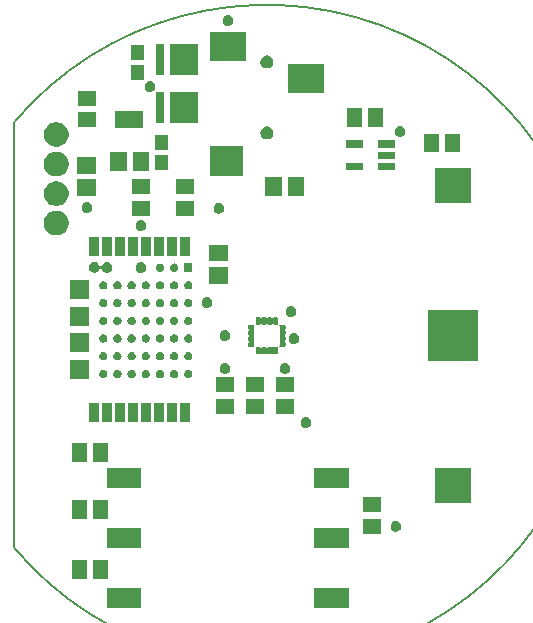
<source format=gbr>
G04 #@! TF.GenerationSoftware,KiCad,Pcbnew,(5.0.1)-4*
G04 #@! TF.CreationDate,2019-01-20T23:32:10-05:00*
G04 #@! TF.ProjectId,puck_design,7075636B5F64657369676E2E6B696361,rev?*
G04 #@! TF.SameCoordinates,Original*
G04 #@! TF.FileFunction,Soldermask,Top*
G04 #@! TF.FilePolarity,Negative*
%FSLAX46Y46*%
G04 Gerber Fmt 4.6, Leading zero omitted, Abs format (unit mm)*
G04 Created by KiCad (PCBNEW (5.0.1)-4) date 2019-01-20 11:32:10 PM*
%MOMM*%
%LPD*%
G01*
G04 APERTURE LIST*
%ADD10C,0.150000*%
%ADD11C,0.100000*%
G04 APERTURE END LIST*
D10*
X128550445Y-117911400D02*
X128550445Y-82050000D01*
X128550504Y-82011332D02*
G75*
G02X128550445Y-117911400I21429940J-17950069D01*
G01*
D11*
G36*
X156906000Y-123035000D02*
X154014000Y-123035000D01*
X154014000Y-121413000D01*
X156906000Y-121413000D01*
X156906000Y-123035000D01*
X156906000Y-123035000D01*
G37*
G36*
X139376000Y-123035000D02*
X136484000Y-123035000D01*
X136484000Y-121413000D01*
X139376000Y-121413000D01*
X139376000Y-123035000D01*
X139376000Y-123035000D01*
G37*
G36*
X136540000Y-120588000D02*
X135288000Y-120588000D01*
X135288000Y-119036000D01*
X136540000Y-119036000D01*
X136540000Y-120588000D01*
X136540000Y-120588000D01*
G37*
G36*
X134740000Y-120588000D02*
X133488000Y-120588000D01*
X133488000Y-119036000D01*
X134740000Y-119036000D01*
X134740000Y-120588000D01*
X134740000Y-120588000D01*
G37*
G36*
X139376000Y-117955000D02*
X136484000Y-117955000D01*
X136484000Y-116333000D01*
X139376000Y-116333000D01*
X139376000Y-117955000D01*
X139376000Y-117955000D01*
G37*
G36*
X156906000Y-117955000D02*
X154014000Y-117955000D01*
X154014000Y-116333000D01*
X156906000Y-116333000D01*
X156906000Y-117955000D01*
X156906000Y-117955000D01*
G37*
G36*
X159666000Y-116766000D02*
X158114000Y-116766000D01*
X158114000Y-115514000D01*
X159666000Y-115514000D01*
X159666000Y-116766000D01*
X159666000Y-116766000D01*
G37*
G36*
X161055416Y-115700177D02*
X161055418Y-115700178D01*
X161055419Y-115700178D01*
X161086168Y-115712915D01*
X161138661Y-115734658D01*
X161213578Y-115784716D01*
X161277284Y-115848422D01*
X161327342Y-115923339D01*
X161361823Y-116006584D01*
X161379400Y-116094949D01*
X161379400Y-116185051D01*
X161361823Y-116273416D01*
X161327342Y-116356661D01*
X161277284Y-116431578D01*
X161213578Y-116495284D01*
X161138661Y-116545342D01*
X161086168Y-116567085D01*
X161055419Y-116579822D01*
X161055418Y-116579822D01*
X161055416Y-116579823D01*
X160967051Y-116597400D01*
X160876949Y-116597400D01*
X160788584Y-116579823D01*
X160788582Y-116579822D01*
X160788581Y-116579822D01*
X160757832Y-116567085D01*
X160705339Y-116545342D01*
X160630422Y-116495284D01*
X160566716Y-116431578D01*
X160516658Y-116356661D01*
X160482177Y-116273416D01*
X160464600Y-116185051D01*
X160464600Y-116094949D01*
X160482177Y-116006584D01*
X160516658Y-115923339D01*
X160566716Y-115848422D01*
X160630422Y-115784716D01*
X160705339Y-115734658D01*
X160757832Y-115712915D01*
X160788581Y-115700178D01*
X160788582Y-115700178D01*
X160788584Y-115700177D01*
X160876949Y-115682600D01*
X160967051Y-115682600D01*
X161055416Y-115700177D01*
X161055416Y-115700177D01*
G37*
G36*
X136540000Y-115508000D02*
X135288000Y-115508000D01*
X135288000Y-113956000D01*
X136540000Y-113956000D01*
X136540000Y-115508000D01*
X136540000Y-115508000D01*
G37*
G36*
X134740000Y-115508000D02*
X133488000Y-115508000D01*
X133488000Y-113956000D01*
X134740000Y-113956000D01*
X134740000Y-115508000D01*
X134740000Y-115508000D01*
G37*
G36*
X159666000Y-114966000D02*
X158114000Y-114966000D01*
X158114000Y-113714000D01*
X159666000Y-113714000D01*
X159666000Y-114966000D01*
X159666000Y-114966000D01*
G37*
G36*
X167240250Y-114192250D02*
X164255750Y-114192250D01*
X164255750Y-111207750D01*
X167240250Y-111207750D01*
X167240250Y-114192250D01*
X167240250Y-114192250D01*
G37*
G36*
X139376000Y-112875000D02*
X136484000Y-112875000D01*
X136484000Y-111253000D01*
X139376000Y-111253000D01*
X139376000Y-112875000D01*
X139376000Y-112875000D01*
G37*
G36*
X156906000Y-112875000D02*
X154014000Y-112875000D01*
X154014000Y-111253000D01*
X156906000Y-111253000D01*
X156906000Y-112875000D01*
X156906000Y-112875000D01*
G37*
G36*
X136540000Y-110682000D02*
X135288000Y-110682000D01*
X135288000Y-109130000D01*
X136540000Y-109130000D01*
X136540000Y-110682000D01*
X136540000Y-110682000D01*
G37*
G36*
X134740000Y-110682000D02*
X133488000Y-110682000D01*
X133488000Y-109130000D01*
X134740000Y-109130000D01*
X134740000Y-110682000D01*
X134740000Y-110682000D01*
G37*
G36*
X153435416Y-106926177D02*
X153435418Y-106926178D01*
X153435419Y-106926178D01*
X153466168Y-106938915D01*
X153518661Y-106960658D01*
X153593578Y-107010716D01*
X153657284Y-107074422D01*
X153707342Y-107149339D01*
X153741823Y-107232584D01*
X153759400Y-107320949D01*
X153759400Y-107411051D01*
X153741823Y-107499416D01*
X153707342Y-107582661D01*
X153657284Y-107657578D01*
X153593578Y-107721284D01*
X153518661Y-107771342D01*
X153466168Y-107793085D01*
X153435419Y-107805822D01*
X153435418Y-107805822D01*
X153435416Y-107805823D01*
X153347051Y-107823400D01*
X153256949Y-107823400D01*
X153168584Y-107805823D01*
X153168582Y-107805822D01*
X153168581Y-107805822D01*
X153137832Y-107793085D01*
X153085339Y-107771342D01*
X153010422Y-107721284D01*
X152946716Y-107657578D01*
X152896658Y-107582661D01*
X152862177Y-107499416D01*
X152844600Y-107411051D01*
X152844600Y-107320949D01*
X152862177Y-107232584D01*
X152896658Y-107149339D01*
X152946716Y-107074422D01*
X153010422Y-107010716D01*
X153085339Y-106960658D01*
X153137832Y-106938915D01*
X153168581Y-106926178D01*
X153168582Y-106926178D01*
X153168584Y-106926177D01*
X153256949Y-106908600D01*
X153347051Y-106908600D01*
X153435416Y-106926177D01*
X153435416Y-106926177D01*
G37*
G36*
X136845000Y-107301000D02*
X136043000Y-107301000D01*
X136043000Y-105699000D01*
X136845000Y-105699000D01*
X136845000Y-107301000D01*
X136845000Y-107301000D01*
G37*
G36*
X137945000Y-107301000D02*
X137143000Y-107301000D01*
X137143000Y-105699000D01*
X137945000Y-105699000D01*
X137945000Y-107301000D01*
X137945000Y-107301000D01*
G37*
G36*
X139045000Y-107301000D02*
X138243000Y-107301000D01*
X138243000Y-105699000D01*
X139045000Y-105699000D01*
X139045000Y-107301000D01*
X139045000Y-107301000D01*
G37*
G36*
X140145000Y-107301000D02*
X139343000Y-107301000D01*
X139343000Y-105699000D01*
X140145000Y-105699000D01*
X140145000Y-107301000D01*
X140145000Y-107301000D01*
G37*
G36*
X142345000Y-107301000D02*
X141543000Y-107301000D01*
X141543000Y-105699000D01*
X142345000Y-105699000D01*
X142345000Y-107301000D01*
X142345000Y-107301000D01*
G37*
G36*
X143445000Y-107301000D02*
X142643000Y-107301000D01*
X142643000Y-105699000D01*
X143445000Y-105699000D01*
X143445000Y-107301000D01*
X143445000Y-107301000D01*
G37*
G36*
X135745000Y-107301000D02*
X134943000Y-107301000D01*
X134943000Y-105699000D01*
X135745000Y-105699000D01*
X135745000Y-107301000D01*
X135745000Y-107301000D01*
G37*
G36*
X141245000Y-107301000D02*
X140443000Y-107301000D01*
X140443000Y-105699000D01*
X141245000Y-105699000D01*
X141245000Y-107301000D01*
X141245000Y-107301000D01*
G37*
G36*
X152300000Y-106606000D02*
X150748000Y-106606000D01*
X150748000Y-105354000D01*
X152300000Y-105354000D01*
X152300000Y-106606000D01*
X152300000Y-106606000D01*
G37*
G36*
X147220000Y-106606000D02*
X145668000Y-106606000D01*
X145668000Y-105354000D01*
X147220000Y-105354000D01*
X147220000Y-106606000D01*
X147220000Y-106606000D01*
G37*
G36*
X149760000Y-106606000D02*
X148208000Y-106606000D01*
X148208000Y-105354000D01*
X149760000Y-105354000D01*
X149760000Y-106606000D01*
X149760000Y-106606000D01*
G37*
G36*
X152300000Y-104806000D02*
X150748000Y-104806000D01*
X150748000Y-103554000D01*
X152300000Y-103554000D01*
X152300000Y-104806000D01*
X152300000Y-104806000D01*
G37*
G36*
X149760000Y-104806000D02*
X148208000Y-104806000D01*
X148208000Y-103554000D01*
X149760000Y-103554000D01*
X149760000Y-104806000D01*
X149760000Y-104806000D01*
G37*
G36*
X147220000Y-104806000D02*
X145668000Y-104806000D01*
X145668000Y-103554000D01*
X147220000Y-103554000D01*
X147220000Y-104806000D01*
X147220000Y-104806000D01*
G37*
G36*
X134945000Y-103671000D02*
X133343000Y-103671000D01*
X133343000Y-102069000D01*
X134945000Y-102069000D01*
X134945000Y-103671000D01*
X134945000Y-103671000D01*
G37*
G36*
X137446383Y-102912489D02*
X137510261Y-102938948D01*
X137567750Y-102977361D01*
X137616639Y-103026250D01*
X137655052Y-103083739D01*
X137681511Y-103147617D01*
X137695000Y-103215430D01*
X137695000Y-103284570D01*
X137681511Y-103352383D01*
X137655052Y-103416261D01*
X137616639Y-103473750D01*
X137567750Y-103522639D01*
X137510261Y-103561052D01*
X137446383Y-103587511D01*
X137378570Y-103601000D01*
X137309430Y-103601000D01*
X137241617Y-103587511D01*
X137177739Y-103561052D01*
X137120250Y-103522639D01*
X137071361Y-103473750D01*
X137032948Y-103416261D01*
X137006489Y-103352383D01*
X136993000Y-103284570D01*
X136993000Y-103215430D01*
X137006489Y-103147617D01*
X137032948Y-103083739D01*
X137071361Y-103026250D01*
X137120250Y-102977361D01*
X137177739Y-102938948D01*
X137241617Y-102912489D01*
X137309430Y-102899000D01*
X137378570Y-102899000D01*
X137446383Y-102912489D01*
X137446383Y-102912489D01*
G37*
G36*
X136246383Y-102912489D02*
X136310261Y-102938948D01*
X136367750Y-102977361D01*
X136416639Y-103026250D01*
X136455052Y-103083739D01*
X136481511Y-103147617D01*
X136495000Y-103215430D01*
X136495000Y-103284570D01*
X136481511Y-103352383D01*
X136455052Y-103416261D01*
X136416639Y-103473750D01*
X136367750Y-103522639D01*
X136320815Y-103554000D01*
X136310261Y-103561052D01*
X136246383Y-103587511D01*
X136178570Y-103601000D01*
X136109430Y-103601000D01*
X136041617Y-103587511D01*
X135977739Y-103561052D01*
X135967185Y-103554000D01*
X135920250Y-103522639D01*
X135871361Y-103473750D01*
X135832948Y-103416261D01*
X135806489Y-103352383D01*
X135793000Y-103284570D01*
X135793000Y-103215430D01*
X135806489Y-103147617D01*
X135832948Y-103083739D01*
X135871361Y-103026250D01*
X135920250Y-102977361D01*
X135977739Y-102938948D01*
X136041617Y-102912489D01*
X136109430Y-102899000D01*
X136178570Y-102899000D01*
X136246383Y-102912489D01*
X136246383Y-102912489D01*
G37*
G36*
X143446383Y-102912489D02*
X143510261Y-102938948D01*
X143567750Y-102977361D01*
X143616639Y-103026250D01*
X143655052Y-103083739D01*
X143681511Y-103147617D01*
X143695000Y-103215430D01*
X143695000Y-103284570D01*
X143681511Y-103352383D01*
X143655052Y-103416261D01*
X143616639Y-103473750D01*
X143567750Y-103522639D01*
X143520815Y-103554000D01*
X143510261Y-103561052D01*
X143446383Y-103587511D01*
X143378570Y-103601000D01*
X143309430Y-103601000D01*
X143241617Y-103587511D01*
X143177739Y-103561052D01*
X143167185Y-103554000D01*
X143120250Y-103522639D01*
X143071361Y-103473750D01*
X143032948Y-103416261D01*
X143006489Y-103352383D01*
X142993000Y-103284570D01*
X142993000Y-103215430D01*
X143006489Y-103147617D01*
X143032948Y-103083739D01*
X143071361Y-103026250D01*
X143120250Y-102977361D01*
X143177739Y-102938948D01*
X143241617Y-102912489D01*
X143309430Y-102899000D01*
X143378570Y-102899000D01*
X143446383Y-102912489D01*
X143446383Y-102912489D01*
G37*
G36*
X141046383Y-102912489D02*
X141110261Y-102938948D01*
X141167750Y-102977361D01*
X141216639Y-103026250D01*
X141255052Y-103083739D01*
X141281511Y-103147617D01*
X141295000Y-103215430D01*
X141295000Y-103284570D01*
X141281511Y-103352383D01*
X141255052Y-103416261D01*
X141216639Y-103473750D01*
X141167750Y-103522639D01*
X141110261Y-103561052D01*
X141046383Y-103587511D01*
X140978570Y-103601000D01*
X140909430Y-103601000D01*
X140841617Y-103587511D01*
X140777739Y-103561052D01*
X140720250Y-103522639D01*
X140671361Y-103473750D01*
X140632948Y-103416261D01*
X140606489Y-103352383D01*
X140593000Y-103284570D01*
X140593000Y-103215430D01*
X140606489Y-103147617D01*
X140632948Y-103083739D01*
X140671361Y-103026250D01*
X140720250Y-102977361D01*
X140777739Y-102938948D01*
X140841617Y-102912489D01*
X140909430Y-102899000D01*
X140978570Y-102899000D01*
X141046383Y-102912489D01*
X141046383Y-102912489D01*
G37*
G36*
X139846383Y-102912489D02*
X139910261Y-102938948D01*
X139967750Y-102977361D01*
X140016639Y-103026250D01*
X140055052Y-103083739D01*
X140081511Y-103147617D01*
X140095000Y-103215430D01*
X140095000Y-103284570D01*
X140081511Y-103352383D01*
X140055052Y-103416261D01*
X140016639Y-103473750D01*
X139967750Y-103522639D01*
X139910261Y-103561052D01*
X139846383Y-103587511D01*
X139778570Y-103601000D01*
X139709430Y-103601000D01*
X139641617Y-103587511D01*
X139577739Y-103561052D01*
X139520250Y-103522639D01*
X139471361Y-103473750D01*
X139432948Y-103416261D01*
X139406489Y-103352383D01*
X139393000Y-103284570D01*
X139393000Y-103215430D01*
X139406489Y-103147617D01*
X139432948Y-103083739D01*
X139471361Y-103026250D01*
X139520250Y-102977361D01*
X139577739Y-102938948D01*
X139641617Y-102912489D01*
X139709430Y-102899000D01*
X139778570Y-102899000D01*
X139846383Y-102912489D01*
X139846383Y-102912489D01*
G37*
G36*
X138646383Y-102912489D02*
X138710261Y-102938948D01*
X138767750Y-102977361D01*
X138816639Y-103026250D01*
X138855052Y-103083739D01*
X138881511Y-103147617D01*
X138895000Y-103215430D01*
X138895000Y-103284570D01*
X138881511Y-103352383D01*
X138855052Y-103416261D01*
X138816639Y-103473750D01*
X138767750Y-103522639D01*
X138710261Y-103561052D01*
X138646383Y-103587511D01*
X138578570Y-103601000D01*
X138509430Y-103601000D01*
X138441617Y-103587511D01*
X138377739Y-103561052D01*
X138320250Y-103522639D01*
X138271361Y-103473750D01*
X138232948Y-103416261D01*
X138206489Y-103352383D01*
X138193000Y-103284570D01*
X138193000Y-103215430D01*
X138206489Y-103147617D01*
X138232948Y-103083739D01*
X138271361Y-103026250D01*
X138320250Y-102977361D01*
X138377739Y-102938948D01*
X138441617Y-102912489D01*
X138509430Y-102899000D01*
X138578570Y-102899000D01*
X138646383Y-102912489D01*
X138646383Y-102912489D01*
G37*
G36*
X142246383Y-102912489D02*
X142310261Y-102938948D01*
X142367750Y-102977361D01*
X142416639Y-103026250D01*
X142455052Y-103083739D01*
X142481511Y-103147617D01*
X142495000Y-103215430D01*
X142495000Y-103284570D01*
X142481511Y-103352383D01*
X142455052Y-103416261D01*
X142416639Y-103473750D01*
X142367750Y-103522639D01*
X142310261Y-103561052D01*
X142246383Y-103587511D01*
X142178570Y-103601000D01*
X142109430Y-103601000D01*
X142041617Y-103587511D01*
X141977739Y-103561052D01*
X141920250Y-103522639D01*
X141871361Y-103473750D01*
X141832948Y-103416261D01*
X141806489Y-103352383D01*
X141793000Y-103284570D01*
X141793000Y-103215430D01*
X141806489Y-103147617D01*
X141832948Y-103083739D01*
X141871361Y-103026250D01*
X141920250Y-102977361D01*
X141977739Y-102938948D01*
X142041617Y-102912489D01*
X142109430Y-102899000D01*
X142178570Y-102899000D01*
X142246383Y-102912489D01*
X142246383Y-102912489D01*
G37*
G36*
X151657416Y-102354177D02*
X151657418Y-102354178D01*
X151657419Y-102354178D01*
X151688168Y-102366915D01*
X151740661Y-102388658D01*
X151815578Y-102438716D01*
X151879284Y-102502422D01*
X151929342Y-102577339D01*
X151963823Y-102660584D01*
X151981400Y-102748949D01*
X151981400Y-102839051D01*
X151963823Y-102927416D01*
X151929342Y-103010661D01*
X151879284Y-103085578D01*
X151815578Y-103149284D01*
X151740661Y-103199342D01*
X151701821Y-103215430D01*
X151657419Y-103233822D01*
X151657418Y-103233822D01*
X151657416Y-103233823D01*
X151569051Y-103251400D01*
X151478949Y-103251400D01*
X151390584Y-103233823D01*
X151390582Y-103233822D01*
X151390581Y-103233822D01*
X151346179Y-103215430D01*
X151307339Y-103199342D01*
X151232422Y-103149284D01*
X151168716Y-103085578D01*
X151118658Y-103010661D01*
X151084177Y-102927416D01*
X151066600Y-102839051D01*
X151066600Y-102748949D01*
X151084177Y-102660584D01*
X151118658Y-102577339D01*
X151168716Y-102502422D01*
X151232422Y-102438716D01*
X151307339Y-102388658D01*
X151359832Y-102366915D01*
X151390581Y-102354178D01*
X151390582Y-102354178D01*
X151390584Y-102354177D01*
X151478949Y-102336600D01*
X151569051Y-102336600D01*
X151657416Y-102354177D01*
X151657416Y-102354177D01*
G37*
G36*
X146577416Y-102354177D02*
X146577418Y-102354178D01*
X146577419Y-102354178D01*
X146608168Y-102366915D01*
X146660661Y-102388658D01*
X146735578Y-102438716D01*
X146799284Y-102502422D01*
X146849342Y-102577339D01*
X146883823Y-102660584D01*
X146901400Y-102748949D01*
X146901400Y-102839051D01*
X146883823Y-102927416D01*
X146849342Y-103010661D01*
X146799284Y-103085578D01*
X146735578Y-103149284D01*
X146660661Y-103199342D01*
X146621821Y-103215430D01*
X146577419Y-103233822D01*
X146577418Y-103233822D01*
X146577416Y-103233823D01*
X146489051Y-103251400D01*
X146398949Y-103251400D01*
X146310584Y-103233823D01*
X146310582Y-103233822D01*
X146310581Y-103233822D01*
X146266179Y-103215430D01*
X146227339Y-103199342D01*
X146152422Y-103149284D01*
X146088716Y-103085578D01*
X146038658Y-103010661D01*
X146004177Y-102927416D01*
X145986600Y-102839051D01*
X145986600Y-102748949D01*
X146004177Y-102660584D01*
X146038658Y-102577339D01*
X146088716Y-102502422D01*
X146152422Y-102438716D01*
X146227339Y-102388658D01*
X146279832Y-102366915D01*
X146310581Y-102354178D01*
X146310582Y-102354178D01*
X146310584Y-102354177D01*
X146398949Y-102336600D01*
X146489051Y-102336600D01*
X146577416Y-102354177D01*
X146577416Y-102354177D01*
G37*
G36*
X167881600Y-102133600D02*
X163614400Y-102133600D01*
X163614400Y-97866400D01*
X167881600Y-97866400D01*
X167881600Y-102133600D01*
X167881600Y-102133600D01*
G37*
G36*
X142246383Y-101412489D02*
X142310261Y-101438948D01*
X142367750Y-101477361D01*
X142416639Y-101526250D01*
X142455052Y-101583739D01*
X142481511Y-101647617D01*
X142495000Y-101715430D01*
X142495000Y-101784570D01*
X142481511Y-101852383D01*
X142455052Y-101916261D01*
X142416639Y-101973750D01*
X142367750Y-102022639D01*
X142310261Y-102061052D01*
X142246383Y-102087511D01*
X142178570Y-102101000D01*
X142109430Y-102101000D01*
X142041617Y-102087511D01*
X141977739Y-102061052D01*
X141920250Y-102022639D01*
X141871361Y-101973750D01*
X141832948Y-101916261D01*
X141806489Y-101852383D01*
X141793000Y-101784570D01*
X141793000Y-101715430D01*
X141806489Y-101647617D01*
X141832948Y-101583739D01*
X141871361Y-101526250D01*
X141920250Y-101477361D01*
X141977739Y-101438948D01*
X142041617Y-101412489D01*
X142109430Y-101399000D01*
X142178570Y-101399000D01*
X142246383Y-101412489D01*
X142246383Y-101412489D01*
G37*
G36*
X136246383Y-101412489D02*
X136310261Y-101438948D01*
X136367750Y-101477361D01*
X136416639Y-101526250D01*
X136455052Y-101583739D01*
X136481511Y-101647617D01*
X136495000Y-101715430D01*
X136495000Y-101784570D01*
X136481511Y-101852383D01*
X136455052Y-101916261D01*
X136416639Y-101973750D01*
X136367750Y-102022639D01*
X136310261Y-102061052D01*
X136246383Y-102087511D01*
X136178570Y-102101000D01*
X136109430Y-102101000D01*
X136041617Y-102087511D01*
X135977739Y-102061052D01*
X135920250Y-102022639D01*
X135871361Y-101973750D01*
X135832948Y-101916261D01*
X135806489Y-101852383D01*
X135793000Y-101784570D01*
X135793000Y-101715430D01*
X135806489Y-101647617D01*
X135832948Y-101583739D01*
X135871361Y-101526250D01*
X135920250Y-101477361D01*
X135977739Y-101438948D01*
X136041617Y-101412489D01*
X136109430Y-101399000D01*
X136178570Y-101399000D01*
X136246383Y-101412489D01*
X136246383Y-101412489D01*
G37*
G36*
X137446383Y-101412489D02*
X137510261Y-101438948D01*
X137567750Y-101477361D01*
X137616639Y-101526250D01*
X137655052Y-101583739D01*
X137681511Y-101647617D01*
X137695000Y-101715430D01*
X137695000Y-101784570D01*
X137681511Y-101852383D01*
X137655052Y-101916261D01*
X137616639Y-101973750D01*
X137567750Y-102022639D01*
X137510261Y-102061052D01*
X137446383Y-102087511D01*
X137378570Y-102101000D01*
X137309430Y-102101000D01*
X137241617Y-102087511D01*
X137177739Y-102061052D01*
X137120250Y-102022639D01*
X137071361Y-101973750D01*
X137032948Y-101916261D01*
X137006489Y-101852383D01*
X136993000Y-101784570D01*
X136993000Y-101715430D01*
X137006489Y-101647617D01*
X137032948Y-101583739D01*
X137071361Y-101526250D01*
X137120250Y-101477361D01*
X137177739Y-101438948D01*
X137241617Y-101412489D01*
X137309430Y-101399000D01*
X137378570Y-101399000D01*
X137446383Y-101412489D01*
X137446383Y-101412489D01*
G37*
G36*
X138646383Y-101412489D02*
X138710261Y-101438948D01*
X138767750Y-101477361D01*
X138816639Y-101526250D01*
X138855052Y-101583739D01*
X138881511Y-101647617D01*
X138895000Y-101715430D01*
X138895000Y-101784570D01*
X138881511Y-101852383D01*
X138855052Y-101916261D01*
X138816639Y-101973750D01*
X138767750Y-102022639D01*
X138710261Y-102061052D01*
X138646383Y-102087511D01*
X138578570Y-102101000D01*
X138509430Y-102101000D01*
X138441617Y-102087511D01*
X138377739Y-102061052D01*
X138320250Y-102022639D01*
X138271361Y-101973750D01*
X138232948Y-101916261D01*
X138206489Y-101852383D01*
X138193000Y-101784570D01*
X138193000Y-101715430D01*
X138206489Y-101647617D01*
X138232948Y-101583739D01*
X138271361Y-101526250D01*
X138320250Y-101477361D01*
X138377739Y-101438948D01*
X138441617Y-101412489D01*
X138509430Y-101399000D01*
X138578570Y-101399000D01*
X138646383Y-101412489D01*
X138646383Y-101412489D01*
G37*
G36*
X139846383Y-101412489D02*
X139910261Y-101438948D01*
X139967750Y-101477361D01*
X140016639Y-101526250D01*
X140055052Y-101583739D01*
X140081511Y-101647617D01*
X140095000Y-101715430D01*
X140095000Y-101784570D01*
X140081511Y-101852383D01*
X140055052Y-101916261D01*
X140016639Y-101973750D01*
X139967750Y-102022639D01*
X139910261Y-102061052D01*
X139846383Y-102087511D01*
X139778570Y-102101000D01*
X139709430Y-102101000D01*
X139641617Y-102087511D01*
X139577739Y-102061052D01*
X139520250Y-102022639D01*
X139471361Y-101973750D01*
X139432948Y-101916261D01*
X139406489Y-101852383D01*
X139393000Y-101784570D01*
X139393000Y-101715430D01*
X139406489Y-101647617D01*
X139432948Y-101583739D01*
X139471361Y-101526250D01*
X139520250Y-101477361D01*
X139577739Y-101438948D01*
X139641617Y-101412489D01*
X139709430Y-101399000D01*
X139778570Y-101399000D01*
X139846383Y-101412489D01*
X139846383Y-101412489D01*
G37*
G36*
X141046383Y-101412489D02*
X141110261Y-101438948D01*
X141167750Y-101477361D01*
X141216639Y-101526250D01*
X141255052Y-101583739D01*
X141281511Y-101647617D01*
X141295000Y-101715430D01*
X141295000Y-101784570D01*
X141281511Y-101852383D01*
X141255052Y-101916261D01*
X141216639Y-101973750D01*
X141167750Y-102022639D01*
X141110261Y-102061052D01*
X141046383Y-102087511D01*
X140978570Y-102101000D01*
X140909430Y-102101000D01*
X140841617Y-102087511D01*
X140777739Y-102061052D01*
X140720250Y-102022639D01*
X140671361Y-101973750D01*
X140632948Y-101916261D01*
X140606489Y-101852383D01*
X140593000Y-101784570D01*
X140593000Y-101715430D01*
X140606489Y-101647617D01*
X140632948Y-101583739D01*
X140671361Y-101526250D01*
X140720250Y-101477361D01*
X140777739Y-101438948D01*
X140841617Y-101412489D01*
X140909430Y-101399000D01*
X140978570Y-101399000D01*
X141046383Y-101412489D01*
X141046383Y-101412489D01*
G37*
G36*
X143446383Y-101412489D02*
X143510261Y-101438948D01*
X143567750Y-101477361D01*
X143616639Y-101526250D01*
X143655052Y-101583739D01*
X143681511Y-101647617D01*
X143695000Y-101715430D01*
X143695000Y-101784570D01*
X143681511Y-101852383D01*
X143655052Y-101916261D01*
X143616639Y-101973750D01*
X143567750Y-102022639D01*
X143510261Y-102061052D01*
X143446383Y-102087511D01*
X143378570Y-102101000D01*
X143309430Y-102101000D01*
X143241617Y-102087511D01*
X143177739Y-102061052D01*
X143120250Y-102022639D01*
X143071361Y-101973750D01*
X143032948Y-101916261D01*
X143006489Y-101852383D01*
X142993000Y-101784570D01*
X142993000Y-101715430D01*
X143006489Y-101647617D01*
X143032948Y-101583739D01*
X143071361Y-101526250D01*
X143120250Y-101477361D01*
X143177739Y-101438948D01*
X143241617Y-101412489D01*
X143309430Y-101399000D01*
X143378570Y-101399000D01*
X143446383Y-101412489D01*
X143446383Y-101412489D01*
G37*
G36*
X149380999Y-100973737D02*
X149390611Y-100976653D01*
X149399469Y-100981388D01*
X149416698Y-100995528D01*
X149437073Y-101009143D01*
X149459711Y-101018521D01*
X149483745Y-101023302D01*
X149508249Y-101023302D01*
X149532283Y-101018522D01*
X149554922Y-101009146D01*
X149575302Y-100995528D01*
X149592531Y-100981388D01*
X149601389Y-100976653D01*
X149611001Y-100973737D01*
X149627140Y-100972148D01*
X149864860Y-100972148D01*
X149880999Y-100973737D01*
X149890611Y-100976653D01*
X149899469Y-100981388D01*
X149916698Y-100995528D01*
X149937073Y-101009143D01*
X149959711Y-101018521D01*
X149983745Y-101023302D01*
X150008249Y-101023302D01*
X150032283Y-101018522D01*
X150054922Y-101009146D01*
X150075302Y-100995528D01*
X150092531Y-100981388D01*
X150101389Y-100976653D01*
X150111001Y-100973737D01*
X150127140Y-100972148D01*
X150364860Y-100972148D01*
X150380999Y-100973737D01*
X150390611Y-100976653D01*
X150399469Y-100981388D01*
X150416698Y-100995528D01*
X150437073Y-101009143D01*
X150459711Y-101018521D01*
X150483745Y-101023302D01*
X150508249Y-101023302D01*
X150532283Y-101018522D01*
X150554922Y-101009146D01*
X150575302Y-100995528D01*
X150592531Y-100981388D01*
X150601389Y-100976653D01*
X150611001Y-100973737D01*
X150627140Y-100972148D01*
X150864860Y-100972148D01*
X150880999Y-100973737D01*
X150896455Y-100978426D01*
X150907859Y-100983150D01*
X150931892Y-100987932D01*
X150946037Y-100987932D01*
X150937614Y-101000538D01*
X150928236Y-101023177D01*
X150923454Y-101047210D01*
X150922852Y-101059466D01*
X150922852Y-101517860D01*
X150921263Y-101533999D01*
X150918347Y-101543611D01*
X150913612Y-101552469D01*
X150907237Y-101560237D01*
X150899469Y-101566612D01*
X150890611Y-101571347D01*
X150880999Y-101574263D01*
X150864860Y-101575852D01*
X150627140Y-101575852D01*
X150611001Y-101574263D01*
X150601389Y-101571347D01*
X150592531Y-101566612D01*
X150575302Y-101552472D01*
X150554927Y-101538857D01*
X150532289Y-101529479D01*
X150508255Y-101524698D01*
X150483751Y-101524698D01*
X150459717Y-101529478D01*
X150437078Y-101538854D01*
X150416698Y-101552472D01*
X150399469Y-101566612D01*
X150390611Y-101571347D01*
X150380999Y-101574263D01*
X150364860Y-101575852D01*
X150127140Y-101575852D01*
X150111001Y-101574263D01*
X150101389Y-101571347D01*
X150092531Y-101566612D01*
X150075302Y-101552472D01*
X150054927Y-101538857D01*
X150032289Y-101529479D01*
X150008255Y-101524698D01*
X149983751Y-101524698D01*
X149959717Y-101529478D01*
X149937078Y-101538854D01*
X149916698Y-101552472D01*
X149899469Y-101566612D01*
X149890611Y-101571347D01*
X149880999Y-101574263D01*
X149864860Y-101575852D01*
X149627140Y-101575852D01*
X149611001Y-101574263D01*
X149601389Y-101571347D01*
X149592531Y-101566612D01*
X149575302Y-101552472D01*
X149554927Y-101538857D01*
X149532289Y-101529479D01*
X149508255Y-101524698D01*
X149483751Y-101524698D01*
X149459717Y-101529478D01*
X149437078Y-101538854D01*
X149416698Y-101552472D01*
X149399469Y-101566612D01*
X149390611Y-101571347D01*
X149380999Y-101574263D01*
X149364860Y-101575852D01*
X149127140Y-101575852D01*
X149111001Y-101574263D01*
X149101389Y-101571347D01*
X149092531Y-101566612D01*
X149084763Y-101560237D01*
X149078388Y-101552469D01*
X149073653Y-101543611D01*
X149070737Y-101533999D01*
X149069148Y-101517860D01*
X149069148Y-101059466D01*
X149066746Y-101035080D01*
X149059633Y-101011631D01*
X149048082Y-100990020D01*
X149046775Y-100988428D01*
X149047852Y-100988534D01*
X149072238Y-100986132D01*
X149095687Y-100979019D01*
X149099436Y-100977246D01*
X149111001Y-100973737D01*
X149127140Y-100972148D01*
X149364860Y-100972148D01*
X149380999Y-100973737D01*
X149380999Y-100973737D01*
G37*
G36*
X134945000Y-101421000D02*
X133343000Y-101421000D01*
X133343000Y-99819000D01*
X134945000Y-99819000D01*
X134945000Y-101421000D01*
X134945000Y-101421000D01*
G37*
G36*
X148880999Y-99098737D02*
X148896455Y-99103426D01*
X148907859Y-99108150D01*
X148931892Y-99112932D01*
X148946037Y-99112932D01*
X148937614Y-99125538D01*
X148928236Y-99148177D01*
X148923454Y-99172210D01*
X148922852Y-99184466D01*
X148922852Y-99392860D01*
X148921263Y-99408999D01*
X148918347Y-99418611D01*
X148913612Y-99427469D01*
X148899472Y-99444698D01*
X148885857Y-99465073D01*
X148876479Y-99487711D01*
X148871698Y-99511745D01*
X148871698Y-99536249D01*
X148876478Y-99560283D01*
X148885854Y-99582922D01*
X148899472Y-99603302D01*
X148913612Y-99620531D01*
X148918347Y-99629389D01*
X148921263Y-99639001D01*
X148922852Y-99655140D01*
X148922852Y-99892860D01*
X148921263Y-99908999D01*
X148918347Y-99918611D01*
X148913612Y-99927469D01*
X148899472Y-99944698D01*
X148885857Y-99965073D01*
X148876479Y-99987711D01*
X148871698Y-100011745D01*
X148871698Y-100036249D01*
X148876478Y-100060283D01*
X148885854Y-100082922D01*
X148899472Y-100103302D01*
X148913612Y-100120531D01*
X148918347Y-100129389D01*
X148921263Y-100139001D01*
X148922852Y-100155140D01*
X148922852Y-100392860D01*
X148921263Y-100408999D01*
X148918347Y-100418611D01*
X148913612Y-100427469D01*
X148899472Y-100444698D01*
X148885857Y-100465073D01*
X148876479Y-100487711D01*
X148871698Y-100511745D01*
X148871698Y-100536249D01*
X148876478Y-100560283D01*
X148885854Y-100582922D01*
X148899472Y-100603302D01*
X148913612Y-100620531D01*
X148918347Y-100629389D01*
X148921263Y-100639001D01*
X148922852Y-100655140D01*
X148922852Y-100863534D01*
X148925254Y-100887920D01*
X148932367Y-100911369D01*
X148943918Y-100932980D01*
X148945225Y-100934572D01*
X148944148Y-100934466D01*
X148919762Y-100936868D01*
X148896313Y-100943981D01*
X148892564Y-100945754D01*
X148880999Y-100949263D01*
X148864860Y-100950852D01*
X148477140Y-100950852D01*
X148461001Y-100949263D01*
X148451389Y-100946347D01*
X148442531Y-100941612D01*
X148434763Y-100935237D01*
X148428388Y-100927469D01*
X148423653Y-100918611D01*
X148420737Y-100908999D01*
X148419148Y-100892860D01*
X148419148Y-100655140D01*
X148420737Y-100639001D01*
X148423653Y-100629389D01*
X148428388Y-100620531D01*
X148442528Y-100603302D01*
X148456143Y-100582927D01*
X148465521Y-100560289D01*
X148470302Y-100536255D01*
X148470302Y-100511751D01*
X148465522Y-100487717D01*
X148456146Y-100465078D01*
X148442528Y-100444698D01*
X148428388Y-100427469D01*
X148423653Y-100418611D01*
X148420737Y-100408999D01*
X148419148Y-100392860D01*
X148419148Y-100155140D01*
X148420737Y-100139001D01*
X148423653Y-100129389D01*
X148428388Y-100120531D01*
X148442528Y-100103302D01*
X148456143Y-100082927D01*
X148465521Y-100060289D01*
X148470302Y-100036255D01*
X148470302Y-100011751D01*
X148465522Y-99987717D01*
X148456146Y-99965078D01*
X148442528Y-99944698D01*
X148428388Y-99927469D01*
X148423653Y-99918611D01*
X148420737Y-99908999D01*
X148419148Y-99892860D01*
X148419148Y-99655140D01*
X148420737Y-99639001D01*
X148423653Y-99629389D01*
X148428388Y-99620531D01*
X148442528Y-99603302D01*
X148456143Y-99582927D01*
X148465521Y-99560289D01*
X148470302Y-99536255D01*
X148470302Y-99511751D01*
X148465522Y-99487717D01*
X148456146Y-99465078D01*
X148442528Y-99444698D01*
X148428388Y-99427469D01*
X148423653Y-99418611D01*
X148420737Y-99408999D01*
X148419148Y-99392860D01*
X148419148Y-99155140D01*
X148420737Y-99139001D01*
X148423653Y-99129389D01*
X148428388Y-99120531D01*
X148434763Y-99112763D01*
X148442531Y-99106388D01*
X148451389Y-99101653D01*
X148461001Y-99098737D01*
X148477140Y-99097148D01*
X148864860Y-99097148D01*
X148880999Y-99098737D01*
X148880999Y-99098737D01*
G37*
G36*
X151530999Y-99098737D02*
X151540611Y-99101653D01*
X151549469Y-99106388D01*
X151557237Y-99112763D01*
X151563612Y-99120531D01*
X151568347Y-99129389D01*
X151571263Y-99139001D01*
X151572852Y-99155140D01*
X151572852Y-99392860D01*
X151571263Y-99408999D01*
X151568347Y-99418611D01*
X151563612Y-99427469D01*
X151549472Y-99444698D01*
X151535857Y-99465073D01*
X151526479Y-99487711D01*
X151521698Y-99511745D01*
X151521698Y-99536249D01*
X151526478Y-99560283D01*
X151535854Y-99582922D01*
X151549472Y-99603302D01*
X151563612Y-99620531D01*
X151568347Y-99629389D01*
X151571263Y-99639001D01*
X151572852Y-99655140D01*
X151572852Y-99892860D01*
X151571263Y-99908999D01*
X151568347Y-99918611D01*
X151563612Y-99927469D01*
X151549472Y-99944698D01*
X151535857Y-99965073D01*
X151526479Y-99987711D01*
X151521698Y-100011745D01*
X151521698Y-100036249D01*
X151526478Y-100060283D01*
X151535854Y-100082922D01*
X151549472Y-100103302D01*
X151563612Y-100120531D01*
X151568347Y-100129389D01*
X151571263Y-100139001D01*
X151572852Y-100155140D01*
X151572852Y-100392860D01*
X151571263Y-100408999D01*
X151568347Y-100418611D01*
X151563612Y-100427469D01*
X151549472Y-100444698D01*
X151535857Y-100465073D01*
X151526479Y-100487711D01*
X151521698Y-100511745D01*
X151521698Y-100536249D01*
X151526478Y-100560283D01*
X151535854Y-100582922D01*
X151549472Y-100603302D01*
X151563612Y-100620531D01*
X151568347Y-100629389D01*
X151571263Y-100639001D01*
X151572852Y-100655140D01*
X151572852Y-100892860D01*
X151571263Y-100908999D01*
X151568347Y-100918611D01*
X151563612Y-100927469D01*
X151557237Y-100935237D01*
X151549469Y-100941612D01*
X151540611Y-100946347D01*
X151530999Y-100949263D01*
X151514860Y-100950852D01*
X151127140Y-100950852D01*
X151111001Y-100949263D01*
X151095545Y-100944574D01*
X151084141Y-100939850D01*
X151060108Y-100935068D01*
X151045963Y-100935068D01*
X151054386Y-100922462D01*
X151063764Y-100899823D01*
X151068546Y-100875790D01*
X151069148Y-100863534D01*
X151069148Y-100655140D01*
X151070737Y-100639001D01*
X151073653Y-100629389D01*
X151078388Y-100620531D01*
X151092528Y-100603302D01*
X151106143Y-100582927D01*
X151115521Y-100560289D01*
X151120302Y-100536255D01*
X151120302Y-100511751D01*
X151115522Y-100487717D01*
X151106146Y-100465078D01*
X151092528Y-100444698D01*
X151078388Y-100427469D01*
X151073653Y-100418611D01*
X151070737Y-100408999D01*
X151069148Y-100392860D01*
X151069148Y-100155140D01*
X151070737Y-100139001D01*
X151073653Y-100129389D01*
X151078388Y-100120531D01*
X151092528Y-100103302D01*
X151106143Y-100082927D01*
X151115521Y-100060289D01*
X151120302Y-100036255D01*
X151120302Y-100011751D01*
X151115522Y-99987717D01*
X151106146Y-99965078D01*
X151092528Y-99944698D01*
X151078388Y-99927469D01*
X151073653Y-99918611D01*
X151070737Y-99908999D01*
X151069148Y-99892860D01*
X151069148Y-99655140D01*
X151070737Y-99639001D01*
X151073653Y-99629389D01*
X151078388Y-99620531D01*
X151092528Y-99603302D01*
X151106143Y-99582927D01*
X151115521Y-99560289D01*
X151120302Y-99536255D01*
X151120302Y-99511751D01*
X151115522Y-99487717D01*
X151106146Y-99465078D01*
X151092528Y-99444698D01*
X151078388Y-99427469D01*
X151073653Y-99418611D01*
X151070737Y-99408999D01*
X151069148Y-99392860D01*
X151069148Y-99184466D01*
X151066746Y-99160080D01*
X151059633Y-99136631D01*
X151048082Y-99115020D01*
X151046775Y-99113428D01*
X151047852Y-99113534D01*
X151072238Y-99111132D01*
X151095687Y-99104019D01*
X151099436Y-99102246D01*
X151111001Y-99098737D01*
X151127140Y-99097148D01*
X151514860Y-99097148D01*
X151530999Y-99098737D01*
X151530999Y-99098737D01*
G37*
G36*
X152419416Y-99814177D02*
X152419418Y-99814178D01*
X152419419Y-99814178D01*
X152431060Y-99819000D01*
X152502661Y-99848658D01*
X152577578Y-99898716D01*
X152641284Y-99962422D01*
X152691342Y-100037339D01*
X152700848Y-100060289D01*
X152722584Y-100112763D01*
X152725823Y-100120584D01*
X152743400Y-100208949D01*
X152743400Y-100299051D01*
X152732792Y-100352383D01*
X152725822Y-100387419D01*
X152716883Y-100408999D01*
X152691342Y-100470661D01*
X152641284Y-100545578D01*
X152577578Y-100609284D01*
X152502661Y-100659342D01*
X152450168Y-100681085D01*
X152419419Y-100693822D01*
X152419418Y-100693822D01*
X152419416Y-100693823D01*
X152331051Y-100711400D01*
X152240949Y-100711400D01*
X152152584Y-100693823D01*
X152152582Y-100693822D01*
X152152581Y-100693822D01*
X152121832Y-100681085D01*
X152069339Y-100659342D01*
X151994422Y-100609284D01*
X151930716Y-100545578D01*
X151880658Y-100470661D01*
X151855117Y-100408999D01*
X151846178Y-100387419D01*
X151839209Y-100352383D01*
X151828600Y-100299051D01*
X151828600Y-100208949D01*
X151846177Y-100120584D01*
X151849417Y-100112763D01*
X151871152Y-100060289D01*
X151880658Y-100037339D01*
X151930716Y-99962422D01*
X151994422Y-99898716D01*
X152069339Y-99848658D01*
X152140940Y-99819000D01*
X152152581Y-99814178D01*
X152152582Y-99814178D01*
X152152584Y-99814177D01*
X152240949Y-99796600D01*
X152331051Y-99796600D01*
X152419416Y-99814177D01*
X152419416Y-99814177D01*
G37*
G36*
X138646383Y-99912489D02*
X138710261Y-99938948D01*
X138767750Y-99977361D01*
X138816639Y-100026250D01*
X138855052Y-100083739D01*
X138881511Y-100147617D01*
X138895000Y-100215430D01*
X138895000Y-100284570D01*
X138881511Y-100352383D01*
X138855052Y-100416261D01*
X138816639Y-100473750D01*
X138767750Y-100522639D01*
X138710261Y-100561052D01*
X138646383Y-100587511D01*
X138578570Y-100601000D01*
X138509430Y-100601000D01*
X138441617Y-100587511D01*
X138377739Y-100561052D01*
X138320250Y-100522639D01*
X138271361Y-100473750D01*
X138232948Y-100416261D01*
X138206489Y-100352383D01*
X138193000Y-100284570D01*
X138193000Y-100215430D01*
X138206489Y-100147617D01*
X138232948Y-100083739D01*
X138271361Y-100026250D01*
X138320250Y-99977361D01*
X138377739Y-99938948D01*
X138441617Y-99912489D01*
X138509430Y-99899000D01*
X138578570Y-99899000D01*
X138646383Y-99912489D01*
X138646383Y-99912489D01*
G37*
G36*
X139846383Y-99912489D02*
X139910261Y-99938948D01*
X139967750Y-99977361D01*
X140016639Y-100026250D01*
X140055052Y-100083739D01*
X140081511Y-100147617D01*
X140095000Y-100215430D01*
X140095000Y-100284570D01*
X140081511Y-100352383D01*
X140055052Y-100416261D01*
X140016639Y-100473750D01*
X139967750Y-100522639D01*
X139910261Y-100561052D01*
X139846383Y-100587511D01*
X139778570Y-100601000D01*
X139709430Y-100601000D01*
X139641617Y-100587511D01*
X139577739Y-100561052D01*
X139520250Y-100522639D01*
X139471361Y-100473750D01*
X139432948Y-100416261D01*
X139406489Y-100352383D01*
X139393000Y-100284570D01*
X139393000Y-100215430D01*
X139406489Y-100147617D01*
X139432948Y-100083739D01*
X139471361Y-100026250D01*
X139520250Y-99977361D01*
X139577739Y-99938948D01*
X139641617Y-99912489D01*
X139709430Y-99899000D01*
X139778570Y-99899000D01*
X139846383Y-99912489D01*
X139846383Y-99912489D01*
G37*
G36*
X142246383Y-99912489D02*
X142310261Y-99938948D01*
X142367750Y-99977361D01*
X142416639Y-100026250D01*
X142455052Y-100083739D01*
X142481511Y-100147617D01*
X142495000Y-100215430D01*
X142495000Y-100284570D01*
X142481511Y-100352383D01*
X142455052Y-100416261D01*
X142416639Y-100473750D01*
X142367750Y-100522639D01*
X142347381Y-100536249D01*
X142310261Y-100561052D01*
X142246383Y-100587511D01*
X142178570Y-100601000D01*
X142109430Y-100601000D01*
X142041617Y-100587511D01*
X141977739Y-100561052D01*
X141940619Y-100536249D01*
X141920250Y-100522639D01*
X141871361Y-100473750D01*
X141832948Y-100416261D01*
X141806489Y-100352383D01*
X141793000Y-100284570D01*
X141793000Y-100215430D01*
X141806489Y-100147617D01*
X141832948Y-100083739D01*
X141871361Y-100026250D01*
X141920250Y-99977361D01*
X141977739Y-99938948D01*
X142041617Y-99912489D01*
X142109430Y-99899000D01*
X142178570Y-99899000D01*
X142246383Y-99912489D01*
X142246383Y-99912489D01*
G37*
G36*
X137446383Y-99912489D02*
X137510261Y-99938948D01*
X137567750Y-99977361D01*
X137616639Y-100026250D01*
X137655052Y-100083739D01*
X137681511Y-100147617D01*
X137695000Y-100215430D01*
X137695000Y-100284570D01*
X137681511Y-100352383D01*
X137655052Y-100416261D01*
X137616639Y-100473750D01*
X137567750Y-100522639D01*
X137547381Y-100536249D01*
X137510261Y-100561052D01*
X137446383Y-100587511D01*
X137378570Y-100601000D01*
X137309430Y-100601000D01*
X137241617Y-100587511D01*
X137177739Y-100561052D01*
X137140619Y-100536249D01*
X137120250Y-100522639D01*
X137071361Y-100473750D01*
X137032948Y-100416261D01*
X137006489Y-100352383D01*
X136993000Y-100284570D01*
X136993000Y-100215430D01*
X137006489Y-100147617D01*
X137032948Y-100083739D01*
X137071361Y-100026250D01*
X137120250Y-99977361D01*
X137177739Y-99938948D01*
X137241617Y-99912489D01*
X137309430Y-99899000D01*
X137378570Y-99899000D01*
X137446383Y-99912489D01*
X137446383Y-99912489D01*
G37*
G36*
X136246383Y-99912489D02*
X136310261Y-99938948D01*
X136367750Y-99977361D01*
X136416639Y-100026250D01*
X136455052Y-100083739D01*
X136481511Y-100147617D01*
X136495000Y-100215430D01*
X136495000Y-100284570D01*
X136481511Y-100352383D01*
X136455052Y-100416261D01*
X136416639Y-100473750D01*
X136367750Y-100522639D01*
X136310261Y-100561052D01*
X136246383Y-100587511D01*
X136178570Y-100601000D01*
X136109430Y-100601000D01*
X136041617Y-100587511D01*
X135977739Y-100561052D01*
X135920250Y-100522639D01*
X135871361Y-100473750D01*
X135832948Y-100416261D01*
X135806489Y-100352383D01*
X135793000Y-100284570D01*
X135793000Y-100215430D01*
X135806489Y-100147617D01*
X135832948Y-100083739D01*
X135871361Y-100026250D01*
X135920250Y-99977361D01*
X135977739Y-99938948D01*
X136041617Y-99912489D01*
X136109430Y-99899000D01*
X136178570Y-99899000D01*
X136246383Y-99912489D01*
X136246383Y-99912489D01*
G37*
G36*
X141046383Y-99912489D02*
X141110261Y-99938948D01*
X141167750Y-99977361D01*
X141216639Y-100026250D01*
X141255052Y-100083739D01*
X141281511Y-100147617D01*
X141295000Y-100215430D01*
X141295000Y-100284570D01*
X141281511Y-100352383D01*
X141255052Y-100416261D01*
X141216639Y-100473750D01*
X141167750Y-100522639D01*
X141110261Y-100561052D01*
X141046383Y-100587511D01*
X140978570Y-100601000D01*
X140909430Y-100601000D01*
X140841617Y-100587511D01*
X140777739Y-100561052D01*
X140720250Y-100522639D01*
X140671361Y-100473750D01*
X140632948Y-100416261D01*
X140606489Y-100352383D01*
X140593000Y-100284570D01*
X140593000Y-100215430D01*
X140606489Y-100147617D01*
X140632948Y-100083739D01*
X140671361Y-100026250D01*
X140720250Y-99977361D01*
X140777739Y-99938948D01*
X140841617Y-99912489D01*
X140909430Y-99899000D01*
X140978570Y-99899000D01*
X141046383Y-99912489D01*
X141046383Y-99912489D01*
G37*
G36*
X143446383Y-99912489D02*
X143510261Y-99938948D01*
X143567750Y-99977361D01*
X143616639Y-100026250D01*
X143655052Y-100083739D01*
X143681511Y-100147617D01*
X143695000Y-100215430D01*
X143695000Y-100284570D01*
X143681511Y-100352383D01*
X143655052Y-100416261D01*
X143616639Y-100473750D01*
X143567750Y-100522639D01*
X143510261Y-100561052D01*
X143446383Y-100587511D01*
X143378570Y-100601000D01*
X143309430Y-100601000D01*
X143241617Y-100587511D01*
X143177739Y-100561052D01*
X143120250Y-100522639D01*
X143071361Y-100473750D01*
X143032948Y-100416261D01*
X143006489Y-100352383D01*
X142993000Y-100284570D01*
X142993000Y-100215430D01*
X143006489Y-100147617D01*
X143032948Y-100083739D01*
X143071361Y-100026250D01*
X143120250Y-99977361D01*
X143177739Y-99938948D01*
X143241617Y-99912489D01*
X143309430Y-99899000D01*
X143378570Y-99899000D01*
X143446383Y-99912489D01*
X143446383Y-99912489D01*
G37*
G36*
X146577416Y-99560177D02*
X146577418Y-99560178D01*
X146577419Y-99560178D01*
X146608168Y-99572915D01*
X146660661Y-99594658D01*
X146735578Y-99644716D01*
X146799284Y-99708422D01*
X146849342Y-99783339D01*
X146883823Y-99866584D01*
X146901400Y-99954949D01*
X146901400Y-100045051D01*
X146883823Y-100133416D01*
X146849342Y-100216661D01*
X146799284Y-100291578D01*
X146735578Y-100355284D01*
X146660661Y-100405342D01*
X146608168Y-100427085D01*
X146577419Y-100439822D01*
X146577418Y-100439822D01*
X146577416Y-100439823D01*
X146489051Y-100457400D01*
X146398949Y-100457400D01*
X146310584Y-100439823D01*
X146310582Y-100439822D01*
X146310581Y-100439822D01*
X146279832Y-100427085D01*
X146227339Y-100405342D01*
X146152422Y-100355284D01*
X146088716Y-100291578D01*
X146038658Y-100216661D01*
X146004177Y-100133416D01*
X145986600Y-100045051D01*
X145986600Y-99954949D01*
X146004177Y-99866584D01*
X146038658Y-99783339D01*
X146088716Y-99708422D01*
X146152422Y-99644716D01*
X146227339Y-99594658D01*
X146279832Y-99572915D01*
X146310581Y-99560178D01*
X146310582Y-99560178D01*
X146310584Y-99560177D01*
X146398949Y-99542600D01*
X146489051Y-99542600D01*
X146577416Y-99560177D01*
X146577416Y-99560177D01*
G37*
G36*
X134945000Y-99171000D02*
X133343000Y-99171000D01*
X133343000Y-97569000D01*
X134945000Y-97569000D01*
X134945000Y-99171000D01*
X134945000Y-99171000D01*
G37*
G36*
X143446383Y-98412489D02*
X143510261Y-98438948D01*
X143567750Y-98477361D01*
X143616639Y-98526250D01*
X143655052Y-98583739D01*
X143681511Y-98647617D01*
X143695000Y-98715430D01*
X143695000Y-98784570D01*
X143681511Y-98852383D01*
X143655052Y-98916261D01*
X143616639Y-98973750D01*
X143567750Y-99022639D01*
X143510261Y-99061052D01*
X143446383Y-99087511D01*
X143378570Y-99101000D01*
X143309430Y-99101000D01*
X143241617Y-99087511D01*
X143177739Y-99061052D01*
X143120250Y-99022639D01*
X143071361Y-98973750D01*
X143032948Y-98916261D01*
X143006489Y-98852383D01*
X142993000Y-98784570D01*
X142993000Y-98715430D01*
X143006489Y-98647617D01*
X143032948Y-98583739D01*
X143071361Y-98526250D01*
X143120250Y-98477361D01*
X143177739Y-98438948D01*
X143241617Y-98412489D01*
X143309430Y-98399000D01*
X143378570Y-98399000D01*
X143446383Y-98412489D01*
X143446383Y-98412489D01*
G37*
G36*
X142246383Y-98412489D02*
X142310261Y-98438948D01*
X142367750Y-98477361D01*
X142416639Y-98526250D01*
X142455052Y-98583739D01*
X142481511Y-98647617D01*
X142495000Y-98715430D01*
X142495000Y-98784570D01*
X142481511Y-98852383D01*
X142455052Y-98916261D01*
X142416639Y-98973750D01*
X142367750Y-99022639D01*
X142310261Y-99061052D01*
X142246383Y-99087511D01*
X142178570Y-99101000D01*
X142109430Y-99101000D01*
X142041617Y-99087511D01*
X141977739Y-99061052D01*
X141920250Y-99022639D01*
X141871361Y-98973750D01*
X141832948Y-98916261D01*
X141806489Y-98852383D01*
X141793000Y-98784570D01*
X141793000Y-98715430D01*
X141806489Y-98647617D01*
X141832948Y-98583739D01*
X141871361Y-98526250D01*
X141920250Y-98477361D01*
X141977739Y-98438948D01*
X142041617Y-98412489D01*
X142109430Y-98399000D01*
X142178570Y-98399000D01*
X142246383Y-98412489D01*
X142246383Y-98412489D01*
G37*
G36*
X136246383Y-98412489D02*
X136310261Y-98438948D01*
X136367750Y-98477361D01*
X136416639Y-98526250D01*
X136455052Y-98583739D01*
X136481511Y-98647617D01*
X136495000Y-98715430D01*
X136495000Y-98784570D01*
X136481511Y-98852383D01*
X136455052Y-98916261D01*
X136416639Y-98973750D01*
X136367750Y-99022639D01*
X136312635Y-99059466D01*
X136310261Y-99061052D01*
X136246383Y-99087511D01*
X136178570Y-99101000D01*
X136109430Y-99101000D01*
X136041617Y-99087511D01*
X135977739Y-99061052D01*
X135975365Y-99059466D01*
X135920250Y-99022639D01*
X135871361Y-98973750D01*
X135832948Y-98916261D01*
X135806489Y-98852383D01*
X135793000Y-98784570D01*
X135793000Y-98715430D01*
X135806489Y-98647617D01*
X135832948Y-98583739D01*
X135871361Y-98526250D01*
X135920250Y-98477361D01*
X135977739Y-98438948D01*
X136041617Y-98412489D01*
X136109430Y-98399000D01*
X136178570Y-98399000D01*
X136246383Y-98412489D01*
X136246383Y-98412489D01*
G37*
G36*
X141046383Y-98412489D02*
X141110261Y-98438948D01*
X141167750Y-98477361D01*
X141216639Y-98526250D01*
X141255052Y-98583739D01*
X141281511Y-98647617D01*
X141295000Y-98715430D01*
X141295000Y-98784570D01*
X141281511Y-98852383D01*
X141255052Y-98916261D01*
X141216639Y-98973750D01*
X141167750Y-99022639D01*
X141110261Y-99061052D01*
X141046383Y-99087511D01*
X140978570Y-99101000D01*
X140909430Y-99101000D01*
X140841617Y-99087511D01*
X140777739Y-99061052D01*
X140720250Y-99022639D01*
X140671361Y-98973750D01*
X140632948Y-98916261D01*
X140606489Y-98852383D01*
X140593000Y-98784570D01*
X140593000Y-98715430D01*
X140606489Y-98647617D01*
X140632948Y-98583739D01*
X140671361Y-98526250D01*
X140720250Y-98477361D01*
X140777739Y-98438948D01*
X140841617Y-98412489D01*
X140909430Y-98399000D01*
X140978570Y-98399000D01*
X141046383Y-98412489D01*
X141046383Y-98412489D01*
G37*
G36*
X139846383Y-98412489D02*
X139910261Y-98438948D01*
X139967750Y-98477361D01*
X140016639Y-98526250D01*
X140055052Y-98583739D01*
X140081511Y-98647617D01*
X140095000Y-98715430D01*
X140095000Y-98784570D01*
X140081511Y-98852383D01*
X140055052Y-98916261D01*
X140016639Y-98973750D01*
X139967750Y-99022639D01*
X139910261Y-99061052D01*
X139846383Y-99087511D01*
X139778570Y-99101000D01*
X139709430Y-99101000D01*
X139641617Y-99087511D01*
X139577739Y-99061052D01*
X139520250Y-99022639D01*
X139471361Y-98973750D01*
X139432948Y-98916261D01*
X139406489Y-98852383D01*
X139393000Y-98784570D01*
X139393000Y-98715430D01*
X139406489Y-98647617D01*
X139432948Y-98583739D01*
X139471361Y-98526250D01*
X139520250Y-98477361D01*
X139577739Y-98438948D01*
X139641617Y-98412489D01*
X139709430Y-98399000D01*
X139778570Y-98399000D01*
X139846383Y-98412489D01*
X139846383Y-98412489D01*
G37*
G36*
X138646383Y-98412489D02*
X138710261Y-98438948D01*
X138767750Y-98477361D01*
X138816639Y-98526250D01*
X138855052Y-98583739D01*
X138881511Y-98647617D01*
X138895000Y-98715430D01*
X138895000Y-98784570D01*
X138881511Y-98852383D01*
X138855052Y-98916261D01*
X138816639Y-98973750D01*
X138767750Y-99022639D01*
X138712635Y-99059466D01*
X138710261Y-99061052D01*
X138646383Y-99087511D01*
X138578570Y-99101000D01*
X138509430Y-99101000D01*
X138441617Y-99087511D01*
X138377739Y-99061052D01*
X138375365Y-99059466D01*
X138320250Y-99022639D01*
X138271361Y-98973750D01*
X138232948Y-98916261D01*
X138206489Y-98852383D01*
X138193000Y-98784570D01*
X138193000Y-98715430D01*
X138206489Y-98647617D01*
X138232948Y-98583739D01*
X138271361Y-98526250D01*
X138320250Y-98477361D01*
X138377739Y-98438948D01*
X138441617Y-98412489D01*
X138509430Y-98399000D01*
X138578570Y-98399000D01*
X138646383Y-98412489D01*
X138646383Y-98412489D01*
G37*
G36*
X137446383Y-98412489D02*
X137510261Y-98438948D01*
X137567750Y-98477361D01*
X137616639Y-98526250D01*
X137655052Y-98583739D01*
X137681511Y-98647617D01*
X137695000Y-98715430D01*
X137695000Y-98784570D01*
X137681511Y-98852383D01*
X137655052Y-98916261D01*
X137616639Y-98973750D01*
X137567750Y-99022639D01*
X137510261Y-99061052D01*
X137446383Y-99087511D01*
X137378570Y-99101000D01*
X137309430Y-99101000D01*
X137241617Y-99087511D01*
X137177739Y-99061052D01*
X137120250Y-99022639D01*
X137071361Y-98973750D01*
X137032948Y-98916261D01*
X137006489Y-98852383D01*
X136993000Y-98784570D01*
X136993000Y-98715430D01*
X137006489Y-98647617D01*
X137032948Y-98583739D01*
X137071361Y-98526250D01*
X137120250Y-98477361D01*
X137177739Y-98438948D01*
X137241617Y-98412489D01*
X137309430Y-98399000D01*
X137378570Y-98399000D01*
X137446383Y-98412489D01*
X137446383Y-98412489D01*
G37*
G36*
X149380999Y-98473737D02*
X149390611Y-98476653D01*
X149399469Y-98481388D01*
X149416698Y-98495528D01*
X149437073Y-98509143D01*
X149459711Y-98518521D01*
X149483745Y-98523302D01*
X149508249Y-98523302D01*
X149532283Y-98518522D01*
X149554922Y-98509146D01*
X149575302Y-98495528D01*
X149592531Y-98481388D01*
X149601389Y-98476653D01*
X149611001Y-98473737D01*
X149627140Y-98472148D01*
X149864860Y-98472148D01*
X149880999Y-98473737D01*
X149890611Y-98476653D01*
X149899469Y-98481388D01*
X149916698Y-98495528D01*
X149937073Y-98509143D01*
X149959711Y-98518521D01*
X149983745Y-98523302D01*
X150008249Y-98523302D01*
X150032283Y-98518522D01*
X150054922Y-98509146D01*
X150075302Y-98495528D01*
X150092531Y-98481388D01*
X150101389Y-98476653D01*
X150111001Y-98473737D01*
X150127140Y-98472148D01*
X150364860Y-98472148D01*
X150380999Y-98473737D01*
X150390611Y-98476653D01*
X150399469Y-98481388D01*
X150416698Y-98495528D01*
X150437073Y-98509143D01*
X150459711Y-98518521D01*
X150483745Y-98523302D01*
X150508249Y-98523302D01*
X150532283Y-98518522D01*
X150554922Y-98509146D01*
X150575302Y-98495528D01*
X150592531Y-98481388D01*
X150601389Y-98476653D01*
X150611001Y-98473737D01*
X150627140Y-98472148D01*
X150864860Y-98472148D01*
X150880999Y-98473737D01*
X150890611Y-98476653D01*
X150899469Y-98481388D01*
X150907237Y-98487763D01*
X150913612Y-98495531D01*
X150918347Y-98504389D01*
X150921263Y-98514001D01*
X150922852Y-98530140D01*
X150922852Y-98988534D01*
X150925254Y-99012920D01*
X150932367Y-99036369D01*
X150943918Y-99057980D01*
X150945225Y-99059572D01*
X150944148Y-99059466D01*
X150919762Y-99061868D01*
X150896313Y-99068981D01*
X150892564Y-99070754D01*
X150880999Y-99074263D01*
X150864860Y-99075852D01*
X150627140Y-99075852D01*
X150611001Y-99074263D01*
X150601389Y-99071347D01*
X150592531Y-99066612D01*
X150575302Y-99052472D01*
X150554927Y-99038857D01*
X150532289Y-99029479D01*
X150508255Y-99024698D01*
X150483751Y-99024698D01*
X150459717Y-99029478D01*
X150437078Y-99038854D01*
X150416698Y-99052472D01*
X150399469Y-99066612D01*
X150390611Y-99071347D01*
X150380999Y-99074263D01*
X150364860Y-99075852D01*
X150127140Y-99075852D01*
X150111001Y-99074263D01*
X150101389Y-99071347D01*
X150092531Y-99066612D01*
X150075302Y-99052472D01*
X150054927Y-99038857D01*
X150032289Y-99029479D01*
X150008255Y-99024698D01*
X149983751Y-99024698D01*
X149959717Y-99029478D01*
X149937078Y-99038854D01*
X149916698Y-99052472D01*
X149899469Y-99066612D01*
X149890611Y-99071347D01*
X149880999Y-99074263D01*
X149864860Y-99075852D01*
X149627140Y-99075852D01*
X149611001Y-99074263D01*
X149601389Y-99071347D01*
X149592531Y-99066612D01*
X149575302Y-99052472D01*
X149554927Y-99038857D01*
X149532289Y-99029479D01*
X149508255Y-99024698D01*
X149483751Y-99024698D01*
X149459717Y-99029478D01*
X149437078Y-99038854D01*
X149416698Y-99052472D01*
X149399469Y-99066612D01*
X149390611Y-99071347D01*
X149380999Y-99074263D01*
X149364860Y-99075852D01*
X149127140Y-99075852D01*
X149111001Y-99074263D01*
X149095545Y-99069574D01*
X149084141Y-99064850D01*
X149060108Y-99060068D01*
X149045963Y-99060068D01*
X149054386Y-99047462D01*
X149063764Y-99024823D01*
X149068546Y-99000790D01*
X149069148Y-98988534D01*
X149069148Y-98530140D01*
X149070737Y-98514001D01*
X149073653Y-98504389D01*
X149078388Y-98495531D01*
X149084763Y-98487763D01*
X149092531Y-98481388D01*
X149101389Y-98476653D01*
X149111001Y-98473737D01*
X149127140Y-98472148D01*
X149364860Y-98472148D01*
X149380999Y-98473737D01*
X149380999Y-98473737D01*
G37*
G36*
X152165416Y-97528177D02*
X152165418Y-97528178D01*
X152165419Y-97528178D01*
X152196168Y-97540915D01*
X152248661Y-97562658D01*
X152323578Y-97612716D01*
X152387284Y-97676422D01*
X152437342Y-97751339D01*
X152471823Y-97834584D01*
X152489400Y-97922949D01*
X152489400Y-98013051D01*
X152471823Y-98101416D01*
X152437342Y-98184661D01*
X152387284Y-98259578D01*
X152323578Y-98323284D01*
X152248661Y-98373342D01*
X152196168Y-98395085D01*
X152165419Y-98407822D01*
X152165418Y-98407822D01*
X152165416Y-98407823D01*
X152077051Y-98425400D01*
X151986949Y-98425400D01*
X151898584Y-98407823D01*
X151898582Y-98407822D01*
X151898581Y-98407822D01*
X151867832Y-98395085D01*
X151815339Y-98373342D01*
X151740422Y-98323284D01*
X151676716Y-98259578D01*
X151626658Y-98184661D01*
X151592177Y-98101416D01*
X151574600Y-98013051D01*
X151574600Y-97922949D01*
X151592177Y-97834584D01*
X151626658Y-97751339D01*
X151676716Y-97676422D01*
X151740422Y-97612716D01*
X151815339Y-97562658D01*
X151867832Y-97540915D01*
X151898581Y-97528178D01*
X151898582Y-97528178D01*
X151898584Y-97528177D01*
X151986949Y-97510600D01*
X152077051Y-97510600D01*
X152165416Y-97528177D01*
X152165416Y-97528177D01*
G37*
G36*
X145053416Y-96766177D02*
X145053418Y-96766178D01*
X145053419Y-96766178D01*
X145084168Y-96778915D01*
X145136661Y-96800658D01*
X145211578Y-96850716D01*
X145275284Y-96914422D01*
X145325342Y-96989339D01*
X145359823Y-97072584D01*
X145377400Y-97160949D01*
X145377400Y-97251051D01*
X145359823Y-97339416D01*
X145325342Y-97422661D01*
X145275284Y-97497578D01*
X145211578Y-97561284D01*
X145136661Y-97611342D01*
X145084168Y-97633085D01*
X145053419Y-97645822D01*
X145053418Y-97645822D01*
X145053416Y-97645823D01*
X144965051Y-97663400D01*
X144874949Y-97663400D01*
X144786584Y-97645823D01*
X144786582Y-97645822D01*
X144786581Y-97645822D01*
X144755832Y-97633085D01*
X144703339Y-97611342D01*
X144628422Y-97561284D01*
X144564716Y-97497578D01*
X144514658Y-97422661D01*
X144480177Y-97339416D01*
X144462600Y-97251051D01*
X144462600Y-97160949D01*
X144480177Y-97072584D01*
X144514658Y-96989339D01*
X144564716Y-96914422D01*
X144628422Y-96850716D01*
X144703339Y-96800658D01*
X144755832Y-96778915D01*
X144786581Y-96766178D01*
X144786582Y-96766178D01*
X144786584Y-96766177D01*
X144874949Y-96748600D01*
X144965051Y-96748600D01*
X145053416Y-96766177D01*
X145053416Y-96766177D01*
G37*
G36*
X141046383Y-96912489D02*
X141110261Y-96938948D01*
X141167750Y-96977361D01*
X141216639Y-97026250D01*
X141255052Y-97083739D01*
X141281511Y-97147617D01*
X141295000Y-97215430D01*
X141295000Y-97284570D01*
X141281511Y-97352383D01*
X141255052Y-97416261D01*
X141216639Y-97473750D01*
X141167750Y-97522639D01*
X141110261Y-97561052D01*
X141046383Y-97587511D01*
X140978570Y-97601000D01*
X140909430Y-97601000D01*
X140841617Y-97587511D01*
X140777739Y-97561052D01*
X140720250Y-97522639D01*
X140671361Y-97473750D01*
X140632948Y-97416261D01*
X140606489Y-97352383D01*
X140593000Y-97284570D01*
X140593000Y-97215430D01*
X140606489Y-97147617D01*
X140632948Y-97083739D01*
X140671361Y-97026250D01*
X140720250Y-96977361D01*
X140777739Y-96938948D01*
X140841617Y-96912489D01*
X140909430Y-96899000D01*
X140978570Y-96899000D01*
X141046383Y-96912489D01*
X141046383Y-96912489D01*
G37*
G36*
X138646383Y-96912489D02*
X138710261Y-96938948D01*
X138767750Y-96977361D01*
X138816639Y-97026250D01*
X138855052Y-97083739D01*
X138881511Y-97147617D01*
X138895000Y-97215430D01*
X138895000Y-97284570D01*
X138881511Y-97352383D01*
X138855052Y-97416261D01*
X138816639Y-97473750D01*
X138767750Y-97522639D01*
X138710261Y-97561052D01*
X138646383Y-97587511D01*
X138578570Y-97601000D01*
X138509430Y-97601000D01*
X138441617Y-97587511D01*
X138377739Y-97561052D01*
X138320250Y-97522639D01*
X138271361Y-97473750D01*
X138232948Y-97416261D01*
X138206489Y-97352383D01*
X138193000Y-97284570D01*
X138193000Y-97215430D01*
X138206489Y-97147617D01*
X138232948Y-97083739D01*
X138271361Y-97026250D01*
X138320250Y-96977361D01*
X138377739Y-96938948D01*
X138441617Y-96912489D01*
X138509430Y-96899000D01*
X138578570Y-96899000D01*
X138646383Y-96912489D01*
X138646383Y-96912489D01*
G37*
G36*
X142246383Y-96912489D02*
X142310261Y-96938948D01*
X142367750Y-96977361D01*
X142416639Y-97026250D01*
X142455052Y-97083739D01*
X142481511Y-97147617D01*
X142495000Y-97215430D01*
X142495000Y-97284570D01*
X142481511Y-97352383D01*
X142455052Y-97416261D01*
X142416639Y-97473750D01*
X142367750Y-97522639D01*
X142310261Y-97561052D01*
X142246383Y-97587511D01*
X142178570Y-97601000D01*
X142109430Y-97601000D01*
X142041617Y-97587511D01*
X141977739Y-97561052D01*
X141920250Y-97522639D01*
X141871361Y-97473750D01*
X141832948Y-97416261D01*
X141806489Y-97352383D01*
X141793000Y-97284570D01*
X141793000Y-97215430D01*
X141806489Y-97147617D01*
X141832948Y-97083739D01*
X141871361Y-97026250D01*
X141920250Y-96977361D01*
X141977739Y-96938948D01*
X142041617Y-96912489D01*
X142109430Y-96899000D01*
X142178570Y-96899000D01*
X142246383Y-96912489D01*
X142246383Y-96912489D01*
G37*
G36*
X139846383Y-96912489D02*
X139910261Y-96938948D01*
X139967750Y-96977361D01*
X140016639Y-97026250D01*
X140055052Y-97083739D01*
X140081511Y-97147617D01*
X140095000Y-97215430D01*
X140095000Y-97284570D01*
X140081511Y-97352383D01*
X140055052Y-97416261D01*
X140016639Y-97473750D01*
X139967750Y-97522639D01*
X139910261Y-97561052D01*
X139846383Y-97587511D01*
X139778570Y-97601000D01*
X139709430Y-97601000D01*
X139641617Y-97587511D01*
X139577739Y-97561052D01*
X139520250Y-97522639D01*
X139471361Y-97473750D01*
X139432948Y-97416261D01*
X139406489Y-97352383D01*
X139393000Y-97284570D01*
X139393000Y-97215430D01*
X139406489Y-97147617D01*
X139432948Y-97083739D01*
X139471361Y-97026250D01*
X139520250Y-96977361D01*
X139577739Y-96938948D01*
X139641617Y-96912489D01*
X139709430Y-96899000D01*
X139778570Y-96899000D01*
X139846383Y-96912489D01*
X139846383Y-96912489D01*
G37*
G36*
X137446383Y-96912489D02*
X137510261Y-96938948D01*
X137567750Y-96977361D01*
X137616639Y-97026250D01*
X137655052Y-97083739D01*
X137681511Y-97147617D01*
X137695000Y-97215430D01*
X137695000Y-97284570D01*
X137681511Y-97352383D01*
X137655052Y-97416261D01*
X137616639Y-97473750D01*
X137567750Y-97522639D01*
X137510261Y-97561052D01*
X137446383Y-97587511D01*
X137378570Y-97601000D01*
X137309430Y-97601000D01*
X137241617Y-97587511D01*
X137177739Y-97561052D01*
X137120250Y-97522639D01*
X137071361Y-97473750D01*
X137032948Y-97416261D01*
X137006489Y-97352383D01*
X136993000Y-97284570D01*
X136993000Y-97215430D01*
X137006489Y-97147617D01*
X137032948Y-97083739D01*
X137071361Y-97026250D01*
X137120250Y-96977361D01*
X137177739Y-96938948D01*
X137241617Y-96912489D01*
X137309430Y-96899000D01*
X137378570Y-96899000D01*
X137446383Y-96912489D01*
X137446383Y-96912489D01*
G37*
G36*
X136246383Y-96912489D02*
X136310261Y-96938948D01*
X136367750Y-96977361D01*
X136416639Y-97026250D01*
X136455052Y-97083739D01*
X136481511Y-97147617D01*
X136495000Y-97215430D01*
X136495000Y-97284570D01*
X136481511Y-97352383D01*
X136455052Y-97416261D01*
X136416639Y-97473750D01*
X136367750Y-97522639D01*
X136310261Y-97561052D01*
X136246383Y-97587511D01*
X136178570Y-97601000D01*
X136109430Y-97601000D01*
X136041617Y-97587511D01*
X135977739Y-97561052D01*
X135920250Y-97522639D01*
X135871361Y-97473750D01*
X135832948Y-97416261D01*
X135806489Y-97352383D01*
X135793000Y-97284570D01*
X135793000Y-97215430D01*
X135806489Y-97147617D01*
X135832948Y-97083739D01*
X135871361Y-97026250D01*
X135920250Y-96977361D01*
X135977739Y-96938948D01*
X136041617Y-96912489D01*
X136109430Y-96899000D01*
X136178570Y-96899000D01*
X136246383Y-96912489D01*
X136246383Y-96912489D01*
G37*
G36*
X143446383Y-96912489D02*
X143510261Y-96938948D01*
X143567750Y-96977361D01*
X143616639Y-97026250D01*
X143655052Y-97083739D01*
X143681511Y-97147617D01*
X143695000Y-97215430D01*
X143695000Y-97284570D01*
X143681511Y-97352383D01*
X143655052Y-97416261D01*
X143616639Y-97473750D01*
X143567750Y-97522639D01*
X143510261Y-97561052D01*
X143446383Y-97587511D01*
X143378570Y-97601000D01*
X143309430Y-97601000D01*
X143241617Y-97587511D01*
X143177739Y-97561052D01*
X143120250Y-97522639D01*
X143071361Y-97473750D01*
X143032948Y-97416261D01*
X143006489Y-97352383D01*
X142993000Y-97284570D01*
X142993000Y-97215430D01*
X143006489Y-97147617D01*
X143032948Y-97083739D01*
X143071361Y-97026250D01*
X143120250Y-96977361D01*
X143177739Y-96938948D01*
X143241617Y-96912489D01*
X143309430Y-96899000D01*
X143378570Y-96899000D01*
X143446383Y-96912489D01*
X143446383Y-96912489D01*
G37*
G36*
X134945000Y-96921000D02*
X133343000Y-96921000D01*
X133343000Y-95319000D01*
X134945000Y-95319000D01*
X134945000Y-96921000D01*
X134945000Y-96921000D01*
G37*
G36*
X137446383Y-95412489D02*
X137510261Y-95438948D01*
X137567750Y-95477361D01*
X137616639Y-95526250D01*
X137655052Y-95583739D01*
X137681511Y-95647617D01*
X137695000Y-95715430D01*
X137695000Y-95784570D01*
X137681511Y-95852383D01*
X137655052Y-95916261D01*
X137616639Y-95973750D01*
X137567750Y-96022639D01*
X137510261Y-96061052D01*
X137446383Y-96087511D01*
X137378570Y-96101000D01*
X137309430Y-96101000D01*
X137241617Y-96087511D01*
X137177739Y-96061052D01*
X137120250Y-96022639D01*
X137071361Y-95973750D01*
X137032948Y-95916261D01*
X137006489Y-95852383D01*
X136993000Y-95784570D01*
X136993000Y-95715430D01*
X137006489Y-95647617D01*
X137032948Y-95583739D01*
X137071361Y-95526250D01*
X137120250Y-95477361D01*
X137177739Y-95438948D01*
X137241617Y-95412489D01*
X137309430Y-95399000D01*
X137378570Y-95399000D01*
X137446383Y-95412489D01*
X137446383Y-95412489D01*
G37*
G36*
X136246383Y-95412489D02*
X136310261Y-95438948D01*
X136367750Y-95477361D01*
X136416639Y-95526250D01*
X136455052Y-95583739D01*
X136481511Y-95647617D01*
X136495000Y-95715430D01*
X136495000Y-95784570D01*
X136481511Y-95852383D01*
X136455052Y-95916261D01*
X136416639Y-95973750D01*
X136367750Y-96022639D01*
X136310261Y-96061052D01*
X136246383Y-96087511D01*
X136178570Y-96101000D01*
X136109430Y-96101000D01*
X136041617Y-96087511D01*
X135977739Y-96061052D01*
X135920250Y-96022639D01*
X135871361Y-95973750D01*
X135832948Y-95916261D01*
X135806489Y-95852383D01*
X135793000Y-95784570D01*
X135793000Y-95715430D01*
X135806489Y-95647617D01*
X135832948Y-95583739D01*
X135871361Y-95526250D01*
X135920250Y-95477361D01*
X135977739Y-95438948D01*
X136041617Y-95412489D01*
X136109430Y-95399000D01*
X136178570Y-95399000D01*
X136246383Y-95412489D01*
X136246383Y-95412489D01*
G37*
G36*
X138646383Y-95412489D02*
X138710261Y-95438948D01*
X138767750Y-95477361D01*
X138816639Y-95526250D01*
X138855052Y-95583739D01*
X138881511Y-95647617D01*
X138895000Y-95715430D01*
X138895000Y-95784570D01*
X138881511Y-95852383D01*
X138855052Y-95916261D01*
X138816639Y-95973750D01*
X138767750Y-96022639D01*
X138710261Y-96061052D01*
X138646383Y-96087511D01*
X138578570Y-96101000D01*
X138509430Y-96101000D01*
X138441617Y-96087511D01*
X138377739Y-96061052D01*
X138320250Y-96022639D01*
X138271361Y-95973750D01*
X138232948Y-95916261D01*
X138206489Y-95852383D01*
X138193000Y-95784570D01*
X138193000Y-95715430D01*
X138206489Y-95647617D01*
X138232948Y-95583739D01*
X138271361Y-95526250D01*
X138320250Y-95477361D01*
X138377739Y-95438948D01*
X138441617Y-95412489D01*
X138509430Y-95399000D01*
X138578570Y-95399000D01*
X138646383Y-95412489D01*
X138646383Y-95412489D01*
G37*
G36*
X139846383Y-95412489D02*
X139910261Y-95438948D01*
X139967750Y-95477361D01*
X140016639Y-95526250D01*
X140055052Y-95583739D01*
X140081511Y-95647617D01*
X140095000Y-95715430D01*
X140095000Y-95784570D01*
X140081511Y-95852383D01*
X140055052Y-95916261D01*
X140016639Y-95973750D01*
X139967750Y-96022639D01*
X139910261Y-96061052D01*
X139846383Y-96087511D01*
X139778570Y-96101000D01*
X139709430Y-96101000D01*
X139641617Y-96087511D01*
X139577739Y-96061052D01*
X139520250Y-96022639D01*
X139471361Y-95973750D01*
X139432948Y-95916261D01*
X139406489Y-95852383D01*
X139393000Y-95784570D01*
X139393000Y-95715430D01*
X139406489Y-95647617D01*
X139432948Y-95583739D01*
X139471361Y-95526250D01*
X139520250Y-95477361D01*
X139577739Y-95438948D01*
X139641617Y-95412489D01*
X139709430Y-95399000D01*
X139778570Y-95399000D01*
X139846383Y-95412489D01*
X139846383Y-95412489D01*
G37*
G36*
X141046383Y-95412489D02*
X141110261Y-95438948D01*
X141167750Y-95477361D01*
X141216639Y-95526250D01*
X141255052Y-95583739D01*
X141281511Y-95647617D01*
X141295000Y-95715430D01*
X141295000Y-95784570D01*
X141281511Y-95852383D01*
X141255052Y-95916261D01*
X141216639Y-95973750D01*
X141167750Y-96022639D01*
X141110261Y-96061052D01*
X141046383Y-96087511D01*
X140978570Y-96101000D01*
X140909430Y-96101000D01*
X140841617Y-96087511D01*
X140777739Y-96061052D01*
X140720250Y-96022639D01*
X140671361Y-95973750D01*
X140632948Y-95916261D01*
X140606489Y-95852383D01*
X140593000Y-95784570D01*
X140593000Y-95715430D01*
X140606489Y-95647617D01*
X140632948Y-95583739D01*
X140671361Y-95526250D01*
X140720250Y-95477361D01*
X140777739Y-95438948D01*
X140841617Y-95412489D01*
X140909430Y-95399000D01*
X140978570Y-95399000D01*
X141046383Y-95412489D01*
X141046383Y-95412489D01*
G37*
G36*
X142246383Y-95412489D02*
X142310261Y-95438948D01*
X142367750Y-95477361D01*
X142416639Y-95526250D01*
X142455052Y-95583739D01*
X142481511Y-95647617D01*
X142495000Y-95715430D01*
X142495000Y-95784570D01*
X142481511Y-95852383D01*
X142455052Y-95916261D01*
X142416639Y-95973750D01*
X142367750Y-96022639D01*
X142310261Y-96061052D01*
X142246383Y-96087511D01*
X142178570Y-96101000D01*
X142109430Y-96101000D01*
X142041617Y-96087511D01*
X141977739Y-96061052D01*
X141920250Y-96022639D01*
X141871361Y-95973750D01*
X141832948Y-95916261D01*
X141806489Y-95852383D01*
X141793000Y-95784570D01*
X141793000Y-95715430D01*
X141806489Y-95647617D01*
X141832948Y-95583739D01*
X141871361Y-95526250D01*
X141920250Y-95477361D01*
X141977739Y-95438948D01*
X142041617Y-95412489D01*
X142109430Y-95399000D01*
X142178570Y-95399000D01*
X142246383Y-95412489D01*
X142246383Y-95412489D01*
G37*
G36*
X143446383Y-95412489D02*
X143510261Y-95438948D01*
X143567750Y-95477361D01*
X143616639Y-95526250D01*
X143655052Y-95583739D01*
X143681511Y-95647617D01*
X143695000Y-95715430D01*
X143695000Y-95784570D01*
X143681511Y-95852383D01*
X143655052Y-95916261D01*
X143616639Y-95973750D01*
X143567750Y-96022639D01*
X143510261Y-96061052D01*
X143446383Y-96087511D01*
X143378570Y-96101000D01*
X143309430Y-96101000D01*
X143241617Y-96087511D01*
X143177739Y-96061052D01*
X143120250Y-96022639D01*
X143071361Y-95973750D01*
X143032948Y-95916261D01*
X143006489Y-95852383D01*
X142993000Y-95784570D01*
X142993000Y-95715430D01*
X143006489Y-95647617D01*
X143032948Y-95583739D01*
X143071361Y-95526250D01*
X143120250Y-95477361D01*
X143177739Y-95438948D01*
X143241617Y-95412489D01*
X143309430Y-95399000D01*
X143378570Y-95399000D01*
X143446383Y-95412489D01*
X143446383Y-95412489D01*
G37*
G36*
X146737000Y-95621000D02*
X145135000Y-95621000D01*
X145135000Y-94219000D01*
X146737000Y-94219000D01*
X146737000Y-95621000D01*
X146737000Y-95621000D01*
G37*
G36*
X139465416Y-93810177D02*
X139465418Y-93810178D01*
X139465419Y-93810178D01*
X139496168Y-93822915D01*
X139548661Y-93844658D01*
X139623578Y-93894716D01*
X139687284Y-93958422D01*
X139737342Y-94033339D01*
X139737342Y-94033340D01*
X139769396Y-94110723D01*
X139771823Y-94116584D01*
X139789400Y-94204949D01*
X139789400Y-94295051D01*
X139771823Y-94383416D01*
X139737342Y-94466661D01*
X139687284Y-94541578D01*
X139623578Y-94605284D01*
X139548661Y-94655342D01*
X139496168Y-94677085D01*
X139465419Y-94689822D01*
X139465418Y-94689822D01*
X139465416Y-94689823D01*
X139377051Y-94707400D01*
X139286949Y-94707400D01*
X139198584Y-94689823D01*
X139198582Y-94689822D01*
X139198581Y-94689822D01*
X139167832Y-94677085D01*
X139115339Y-94655342D01*
X139040422Y-94605284D01*
X138976716Y-94541578D01*
X138926658Y-94466661D01*
X138892177Y-94383416D01*
X138874600Y-94295051D01*
X138874600Y-94204949D01*
X138892177Y-94116584D01*
X138894605Y-94110723D01*
X138926658Y-94033340D01*
X138926658Y-94033339D01*
X138976716Y-93958422D01*
X139040422Y-93894716D01*
X139115339Y-93844658D01*
X139167832Y-93822915D01*
X139198581Y-93810178D01*
X139198582Y-93810178D01*
X139198584Y-93810177D01*
X139286949Y-93792600D01*
X139377051Y-93792600D01*
X139465416Y-93810177D01*
X139465416Y-93810177D01*
G37*
G36*
X135513416Y-93780177D02*
X135513418Y-93780178D01*
X135513419Y-93780178D01*
X135537558Y-93790177D01*
X135596661Y-93814658D01*
X135671578Y-93864716D01*
X135735284Y-93928422D01*
X135785342Y-94003339D01*
X135806586Y-94054626D01*
X135818138Y-94076237D01*
X135833683Y-94095179D01*
X135852625Y-94110724D01*
X135874236Y-94122275D01*
X135897685Y-94129388D01*
X135922072Y-94131790D01*
X135946458Y-94129388D01*
X135969907Y-94122275D01*
X135991518Y-94110723D01*
X136010460Y-94095178D01*
X136026005Y-94076236D01*
X136037556Y-94054626D01*
X136054658Y-94013339D01*
X136104716Y-93938422D01*
X136168422Y-93874716D01*
X136243339Y-93824658D01*
X136320734Y-93792600D01*
X136326581Y-93790178D01*
X136326582Y-93790178D01*
X136326584Y-93790177D01*
X136414949Y-93772600D01*
X136505051Y-93772600D01*
X136593416Y-93790177D01*
X136593418Y-93790178D01*
X136593419Y-93790178D01*
X136599266Y-93792600D01*
X136676661Y-93824658D01*
X136751578Y-93874716D01*
X136815284Y-93938422D01*
X136865342Y-94013339D01*
X136887085Y-94065832D01*
X136894503Y-94083739D01*
X136899823Y-94096584D01*
X136917400Y-94184949D01*
X136917400Y-94275051D01*
X136899823Y-94363416D01*
X136865342Y-94446661D01*
X136815284Y-94521578D01*
X136751578Y-94585284D01*
X136676661Y-94635342D01*
X136628376Y-94655342D01*
X136593419Y-94669822D01*
X136593418Y-94669822D01*
X136593416Y-94669823D01*
X136505051Y-94687400D01*
X136414949Y-94687400D01*
X136326584Y-94669823D01*
X136326582Y-94669822D01*
X136326581Y-94669822D01*
X136291624Y-94655342D01*
X136243339Y-94635342D01*
X136168422Y-94585284D01*
X136104716Y-94521578D01*
X136054658Y-94446661D01*
X136033414Y-94395374D01*
X136021862Y-94373763D01*
X136006317Y-94354821D01*
X135987375Y-94339276D01*
X135965764Y-94327725D01*
X135942315Y-94320612D01*
X135917928Y-94318210D01*
X135893542Y-94320612D01*
X135870093Y-94327725D01*
X135848482Y-94339277D01*
X135829540Y-94354822D01*
X135813995Y-94373764D01*
X135802444Y-94395374D01*
X135785342Y-94436661D01*
X135735284Y-94511578D01*
X135671578Y-94575284D01*
X135596661Y-94625342D01*
X135544168Y-94647085D01*
X135513419Y-94659822D01*
X135513418Y-94659822D01*
X135513416Y-94659823D01*
X135425051Y-94677400D01*
X135334949Y-94677400D01*
X135246584Y-94659823D01*
X135246582Y-94659822D01*
X135246581Y-94659822D01*
X135215832Y-94647085D01*
X135163339Y-94625342D01*
X135088422Y-94575284D01*
X135024716Y-94511578D01*
X134974658Y-94436661D01*
X134940177Y-94353416D01*
X134922600Y-94265051D01*
X134922600Y-94174949D01*
X134940177Y-94086584D01*
X134974658Y-94003339D01*
X135024716Y-93928422D01*
X135088422Y-93864716D01*
X135163339Y-93814658D01*
X135222442Y-93790177D01*
X135246581Y-93780178D01*
X135246582Y-93780178D01*
X135246584Y-93780177D01*
X135334949Y-93762600D01*
X135425051Y-93762600D01*
X135513416Y-93780177D01*
X135513416Y-93780177D01*
G37*
G36*
X143695000Y-94601000D02*
X142993000Y-94601000D01*
X142993000Y-93899000D01*
X143695000Y-93899000D01*
X143695000Y-94601000D01*
X143695000Y-94601000D01*
G37*
G36*
X142246383Y-93912489D02*
X142310261Y-93938948D01*
X142367750Y-93977361D01*
X142416639Y-94026250D01*
X142455052Y-94083739D01*
X142481511Y-94147617D01*
X142495000Y-94215430D01*
X142495000Y-94284570D01*
X142481511Y-94352383D01*
X142455052Y-94416261D01*
X142416639Y-94473750D01*
X142367750Y-94522639D01*
X142310261Y-94561052D01*
X142246383Y-94587511D01*
X142178570Y-94601000D01*
X142109430Y-94601000D01*
X142041617Y-94587511D01*
X141977739Y-94561052D01*
X141920250Y-94522639D01*
X141871361Y-94473750D01*
X141832948Y-94416261D01*
X141806489Y-94352383D01*
X141793000Y-94284570D01*
X141793000Y-94215430D01*
X141806489Y-94147617D01*
X141832948Y-94083739D01*
X141871361Y-94026250D01*
X141920250Y-93977361D01*
X141977739Y-93938948D01*
X142041617Y-93912489D01*
X142109430Y-93899000D01*
X142178570Y-93899000D01*
X142246383Y-93912489D01*
X142246383Y-93912489D01*
G37*
G36*
X141046383Y-93912489D02*
X141110261Y-93938948D01*
X141167750Y-93977361D01*
X141216639Y-94026250D01*
X141255052Y-94083739D01*
X141281511Y-94147617D01*
X141295000Y-94215430D01*
X141295000Y-94284570D01*
X141281511Y-94352383D01*
X141255052Y-94416261D01*
X141216639Y-94473750D01*
X141167750Y-94522639D01*
X141110261Y-94561052D01*
X141046383Y-94587511D01*
X140978570Y-94601000D01*
X140909430Y-94601000D01*
X140841617Y-94587511D01*
X140777739Y-94561052D01*
X140720250Y-94522639D01*
X140671361Y-94473750D01*
X140632948Y-94416261D01*
X140606489Y-94352383D01*
X140593000Y-94284570D01*
X140593000Y-94215430D01*
X140606489Y-94147617D01*
X140632948Y-94083739D01*
X140671361Y-94026250D01*
X140720250Y-93977361D01*
X140777739Y-93938948D01*
X140841617Y-93912489D01*
X140909430Y-93899000D01*
X140978570Y-93899000D01*
X141046383Y-93912489D01*
X141046383Y-93912489D01*
G37*
G36*
X146737000Y-93721000D02*
X145135000Y-93721000D01*
X145135000Y-92319000D01*
X146737000Y-92319000D01*
X146737000Y-93721000D01*
X146737000Y-93721000D01*
G37*
G36*
X140145000Y-93301000D02*
X139343000Y-93301000D01*
X139343000Y-91699000D01*
X140145000Y-91699000D01*
X140145000Y-93301000D01*
X140145000Y-93301000D01*
G37*
G36*
X143445000Y-93301000D02*
X142643000Y-93301000D01*
X142643000Y-91699000D01*
X143445000Y-91699000D01*
X143445000Y-93301000D01*
X143445000Y-93301000D01*
G37*
G36*
X142345000Y-93301000D02*
X141543000Y-93301000D01*
X141543000Y-91699000D01*
X142345000Y-91699000D01*
X142345000Y-93301000D01*
X142345000Y-93301000D01*
G37*
G36*
X141245000Y-93301000D02*
X140443000Y-93301000D01*
X140443000Y-91699000D01*
X141245000Y-91699000D01*
X141245000Y-93301000D01*
X141245000Y-93301000D01*
G37*
G36*
X139045000Y-93301000D02*
X138243000Y-93301000D01*
X138243000Y-91699000D01*
X139045000Y-91699000D01*
X139045000Y-93301000D01*
X139045000Y-93301000D01*
G37*
G36*
X137945000Y-93301000D02*
X137143000Y-93301000D01*
X137143000Y-91699000D01*
X137945000Y-91699000D01*
X137945000Y-93301000D01*
X137945000Y-93301000D01*
G37*
G36*
X135745000Y-93301000D02*
X134943000Y-93301000D01*
X134943000Y-91699000D01*
X135745000Y-91699000D01*
X135745000Y-93301000D01*
X135745000Y-93301000D01*
G37*
G36*
X136845000Y-93301000D02*
X136043000Y-93301000D01*
X136043000Y-91699000D01*
X136845000Y-91699000D01*
X136845000Y-93301000D01*
X136845000Y-93301000D01*
G37*
G36*
X132466565Y-89469389D02*
X132657834Y-89548615D01*
X132829976Y-89663637D01*
X132976363Y-89810024D01*
X133091385Y-89982166D01*
X133170611Y-90173435D01*
X133211000Y-90376484D01*
X133211000Y-90583516D01*
X133170611Y-90786565D01*
X133091385Y-90977834D01*
X132976363Y-91149976D01*
X132829976Y-91296363D01*
X132657834Y-91411385D01*
X132466565Y-91490611D01*
X132263516Y-91531000D01*
X132056484Y-91531000D01*
X131853435Y-91490611D01*
X131662166Y-91411385D01*
X131490024Y-91296363D01*
X131343637Y-91149976D01*
X131228615Y-90977834D01*
X131149389Y-90786565D01*
X131109000Y-90583516D01*
X131109000Y-90376484D01*
X131149389Y-90173435D01*
X131228615Y-89982166D01*
X131343637Y-89810024D01*
X131490024Y-89663637D01*
X131662166Y-89548615D01*
X131853435Y-89469389D01*
X132056484Y-89429000D01*
X132263516Y-89429000D01*
X132466565Y-89469389D01*
X132466565Y-89469389D01*
G37*
G36*
X139465416Y-90254177D02*
X139465418Y-90254178D01*
X139465419Y-90254178D01*
X139496168Y-90266915D01*
X139548661Y-90288658D01*
X139623578Y-90338716D01*
X139687284Y-90402422D01*
X139737342Y-90477339D01*
X139771823Y-90560584D01*
X139789400Y-90648949D01*
X139789400Y-90739051D01*
X139771823Y-90827416D01*
X139737342Y-90910661D01*
X139687284Y-90985578D01*
X139623578Y-91049284D01*
X139548661Y-91099342D01*
X139496168Y-91121085D01*
X139465419Y-91133822D01*
X139465418Y-91133822D01*
X139465416Y-91133823D01*
X139377051Y-91151400D01*
X139286949Y-91151400D01*
X139198584Y-91133823D01*
X139198582Y-91133822D01*
X139198581Y-91133822D01*
X139167832Y-91121085D01*
X139115339Y-91099342D01*
X139040422Y-91049284D01*
X138976716Y-90985578D01*
X138926658Y-90910661D01*
X138892177Y-90827416D01*
X138874600Y-90739051D01*
X138874600Y-90648949D01*
X138892177Y-90560584D01*
X138926658Y-90477339D01*
X138976716Y-90402422D01*
X139040422Y-90338716D01*
X139115339Y-90288658D01*
X139167832Y-90266915D01*
X139198581Y-90254178D01*
X139198582Y-90254178D01*
X139198584Y-90254177D01*
X139286949Y-90236600D01*
X139377051Y-90236600D01*
X139465416Y-90254177D01*
X139465416Y-90254177D01*
G37*
G36*
X140108000Y-89842000D02*
X138556000Y-89842000D01*
X138556000Y-88590000D01*
X140108000Y-88590000D01*
X140108000Y-89842000D01*
X140108000Y-89842000D01*
G37*
G36*
X143820000Y-89842000D02*
X142268000Y-89842000D01*
X142268000Y-88590000D01*
X143820000Y-88590000D01*
X143820000Y-89842000D01*
X143820000Y-89842000D01*
G37*
G36*
X146069416Y-88776177D02*
X146069418Y-88776178D01*
X146069419Y-88776178D01*
X146100168Y-88788915D01*
X146152661Y-88810658D01*
X146227578Y-88860716D01*
X146291284Y-88924422D01*
X146341342Y-88999339D01*
X146375823Y-89082584D01*
X146393400Y-89170949D01*
X146393400Y-89261051D01*
X146375823Y-89349416D01*
X146341342Y-89432661D01*
X146291284Y-89507578D01*
X146227578Y-89571284D01*
X146152661Y-89621342D01*
X146100168Y-89643085D01*
X146069419Y-89655822D01*
X146069418Y-89655822D01*
X146069416Y-89655823D01*
X145981051Y-89673400D01*
X145890949Y-89673400D01*
X145802584Y-89655823D01*
X145802582Y-89655822D01*
X145802581Y-89655822D01*
X145771832Y-89643085D01*
X145719339Y-89621342D01*
X145644422Y-89571284D01*
X145580716Y-89507578D01*
X145530658Y-89432661D01*
X145496177Y-89349416D01*
X145478600Y-89261051D01*
X145478600Y-89170949D01*
X145496177Y-89082584D01*
X145530658Y-88999339D01*
X145580716Y-88924422D01*
X145644422Y-88860716D01*
X145719339Y-88810658D01*
X145771832Y-88788915D01*
X145802581Y-88776178D01*
X145802582Y-88776178D01*
X145802584Y-88776177D01*
X145890949Y-88758600D01*
X145981051Y-88758600D01*
X146069416Y-88776177D01*
X146069416Y-88776177D01*
G37*
G36*
X134893416Y-88730177D02*
X134893418Y-88730178D01*
X134893419Y-88730178D01*
X134924168Y-88742915D01*
X134976661Y-88764658D01*
X135051578Y-88814716D01*
X135115284Y-88878422D01*
X135165342Y-88953339D01*
X135199823Y-89036584D01*
X135217400Y-89124949D01*
X135217400Y-89215051D01*
X135199823Y-89303416D01*
X135165342Y-89386661D01*
X135115284Y-89461578D01*
X135051578Y-89525284D01*
X134976661Y-89575342D01*
X134924168Y-89597085D01*
X134893419Y-89609822D01*
X134893418Y-89609822D01*
X134893416Y-89609823D01*
X134805051Y-89627400D01*
X134714949Y-89627400D01*
X134626584Y-89609823D01*
X134626582Y-89609822D01*
X134626581Y-89609822D01*
X134595832Y-89597085D01*
X134543339Y-89575342D01*
X134468422Y-89525284D01*
X134404716Y-89461578D01*
X134354658Y-89386661D01*
X134320177Y-89303416D01*
X134302600Y-89215051D01*
X134302600Y-89124949D01*
X134320177Y-89036584D01*
X134354658Y-88953339D01*
X134404716Y-88878422D01*
X134468422Y-88814716D01*
X134543339Y-88764658D01*
X134595832Y-88742915D01*
X134626581Y-88730178D01*
X134626582Y-88730178D01*
X134626584Y-88730177D01*
X134714949Y-88712600D01*
X134805051Y-88712600D01*
X134893416Y-88730177D01*
X134893416Y-88730177D01*
G37*
G36*
X132466565Y-86969389D02*
X132657834Y-87048615D01*
X132829976Y-87163637D01*
X132976363Y-87310024D01*
X133091385Y-87482166D01*
X133170611Y-87673435D01*
X133211000Y-87876484D01*
X133211000Y-88083516D01*
X133170611Y-88286565D01*
X133091385Y-88477834D01*
X132976363Y-88649976D01*
X132829976Y-88796363D01*
X132657834Y-88911385D01*
X132466565Y-88990611D01*
X132263516Y-89031000D01*
X132056484Y-89031000D01*
X131853435Y-88990611D01*
X131662166Y-88911385D01*
X131490024Y-88796363D01*
X131343637Y-88649976D01*
X131228615Y-88477834D01*
X131149389Y-88286565D01*
X131109000Y-88083516D01*
X131109000Y-87876484D01*
X131149389Y-87673435D01*
X131228615Y-87482166D01*
X131343637Y-87310024D01*
X131490024Y-87163637D01*
X131662166Y-87048615D01*
X131853435Y-86969389D01*
X132056484Y-86929000D01*
X132263516Y-86929000D01*
X132466565Y-86969389D01*
X132466565Y-86969389D01*
G37*
G36*
X167240250Y-88792250D02*
X164255750Y-88792250D01*
X164255750Y-85807750D01*
X167240250Y-85807750D01*
X167240250Y-88792250D01*
X167240250Y-88792250D01*
G37*
G36*
X153175000Y-88217000D02*
X151773000Y-88217000D01*
X151773000Y-86615000D01*
X153175000Y-86615000D01*
X153175000Y-88217000D01*
X153175000Y-88217000D01*
G37*
G36*
X151275000Y-88217000D02*
X149873000Y-88217000D01*
X149873000Y-86615000D01*
X151275000Y-86615000D01*
X151275000Y-88217000D01*
X151275000Y-88217000D01*
G37*
G36*
X135561000Y-88189000D02*
X133959000Y-88189000D01*
X133959000Y-86787000D01*
X135561000Y-86787000D01*
X135561000Y-88189000D01*
X135561000Y-88189000D01*
G37*
G36*
X143820000Y-88042000D02*
X142268000Y-88042000D01*
X142268000Y-86790000D01*
X143820000Y-86790000D01*
X143820000Y-88042000D01*
X143820000Y-88042000D01*
G37*
G36*
X140108000Y-88042000D02*
X138556000Y-88042000D01*
X138556000Y-86790000D01*
X140108000Y-86790000D01*
X140108000Y-88042000D01*
X140108000Y-88042000D01*
G37*
G36*
X132466565Y-84469389D02*
X132657834Y-84548615D01*
X132829976Y-84663637D01*
X132976363Y-84810024D01*
X133091385Y-84982166D01*
X133170611Y-85173435D01*
X133211000Y-85376484D01*
X133211000Y-85583516D01*
X133170611Y-85786565D01*
X133091385Y-85977834D01*
X132976363Y-86149976D01*
X132829976Y-86296363D01*
X132657834Y-86411385D01*
X132466565Y-86490611D01*
X132263516Y-86531000D01*
X132056484Y-86531000D01*
X131853435Y-86490611D01*
X131662166Y-86411385D01*
X131490024Y-86296363D01*
X131343637Y-86149976D01*
X131228615Y-85977834D01*
X131149389Y-85786565D01*
X131109000Y-85583516D01*
X131109000Y-85376484D01*
X131149389Y-85173435D01*
X131228615Y-84982166D01*
X131343637Y-84810024D01*
X131490024Y-84663637D01*
X131662166Y-84548615D01*
X131853435Y-84469389D01*
X132056484Y-84429000D01*
X132263516Y-84429000D01*
X132466565Y-84469389D01*
X132466565Y-84469389D01*
G37*
G36*
X147951000Y-86489000D02*
X145199000Y-86489000D01*
X145199000Y-83987000D01*
X147951000Y-83987000D01*
X147951000Y-86489000D01*
X147951000Y-86489000D01*
G37*
G36*
X135561000Y-86289000D02*
X133959000Y-86289000D01*
X133959000Y-84887000D01*
X135561000Y-84887000D01*
X135561000Y-86289000D01*
X135561000Y-86289000D01*
G37*
G36*
X140033000Y-86069000D02*
X138631000Y-86069000D01*
X138631000Y-84467000D01*
X140033000Y-84467000D01*
X140033000Y-86069000D01*
X140033000Y-86069000D01*
G37*
G36*
X138133000Y-86069000D02*
X136731000Y-86069000D01*
X136731000Y-84467000D01*
X138133000Y-84467000D01*
X138133000Y-86069000D01*
X138133000Y-86069000D01*
G37*
G36*
X160843000Y-86030200D02*
X159420200Y-86030200D01*
X159420200Y-85369400D01*
X160843000Y-85369400D01*
X160843000Y-86030200D01*
X160843000Y-86030200D01*
G37*
G36*
X158099800Y-86030200D02*
X156677000Y-86030200D01*
X156677000Y-85369400D01*
X158099800Y-85369400D01*
X158099800Y-86030200D01*
X158099800Y-86030200D01*
G37*
G36*
X141661000Y-85957000D02*
X140559000Y-85957000D01*
X140559000Y-84755000D01*
X141661000Y-84755000D01*
X141661000Y-85957000D01*
X141661000Y-85957000D01*
G37*
G36*
X160843000Y-85090400D02*
X159420200Y-85090400D01*
X159420200Y-84429600D01*
X160843000Y-84429600D01*
X160843000Y-85090400D01*
X160843000Y-85090400D01*
G37*
G36*
X166366000Y-84486000D02*
X165114000Y-84486000D01*
X165114000Y-82934000D01*
X166366000Y-82934000D01*
X166366000Y-84486000D01*
X166366000Y-84486000D01*
G37*
G36*
X164566000Y-84486000D02*
X163314000Y-84486000D01*
X163314000Y-82934000D01*
X164566000Y-82934000D01*
X164566000Y-84486000D01*
X164566000Y-84486000D01*
G37*
G36*
X141661000Y-84257000D02*
X140559000Y-84257000D01*
X140559000Y-83055000D01*
X141661000Y-83055000D01*
X141661000Y-84257000D01*
X141661000Y-84257000D01*
G37*
G36*
X158099800Y-84150600D02*
X156677000Y-84150600D01*
X156677000Y-83489800D01*
X158099800Y-83489800D01*
X158099800Y-84150600D01*
X158099800Y-84150600D01*
G37*
G36*
X160843000Y-84150600D02*
X159420200Y-84150600D01*
X159420200Y-83489800D01*
X160843000Y-83489800D01*
X160843000Y-84150600D01*
X160843000Y-84150600D01*
G37*
G36*
X132466565Y-81969389D02*
X132657834Y-82048615D01*
X132829976Y-82163637D01*
X132976363Y-82310024D01*
X133091385Y-82482166D01*
X133170611Y-82673435D01*
X133211000Y-82876484D01*
X133211000Y-83083516D01*
X133170611Y-83286565D01*
X133091385Y-83477834D01*
X132976363Y-83649976D01*
X132829976Y-83796363D01*
X132657834Y-83911385D01*
X132466565Y-83990611D01*
X132263516Y-84031000D01*
X132056484Y-84031000D01*
X131853435Y-83990611D01*
X131662166Y-83911385D01*
X131490024Y-83796363D01*
X131343637Y-83649976D01*
X131228615Y-83477834D01*
X131149389Y-83286565D01*
X131109000Y-83083516D01*
X131109000Y-82876484D01*
X131149389Y-82673435D01*
X131228615Y-82482166D01*
X131343637Y-82310024D01*
X131490024Y-82163637D01*
X131662166Y-82048615D01*
X131853435Y-81969389D01*
X132056484Y-81929000D01*
X132263516Y-81929000D01*
X132466565Y-81969389D01*
X132466565Y-81969389D01*
G37*
G36*
X150160721Y-82308174D02*
X150260995Y-82349709D01*
X150351245Y-82410012D01*
X150427988Y-82486755D01*
X150488291Y-82577005D01*
X150529826Y-82677279D01*
X150551000Y-82783730D01*
X150551000Y-82892270D01*
X150529826Y-82998721D01*
X150488291Y-83098995D01*
X150427988Y-83189245D01*
X150351245Y-83265988D01*
X150260995Y-83326291D01*
X150160721Y-83367826D01*
X150054270Y-83389000D01*
X149945730Y-83389000D01*
X149839279Y-83367826D01*
X149739005Y-83326291D01*
X149648755Y-83265988D01*
X149572012Y-83189245D01*
X149511709Y-83098995D01*
X149470174Y-82998721D01*
X149449000Y-82892270D01*
X149449000Y-82783730D01*
X149470174Y-82677279D01*
X149511709Y-82577005D01*
X149572012Y-82486755D01*
X149648755Y-82410012D01*
X149739005Y-82349709D01*
X149839279Y-82308174D01*
X149945730Y-82287000D01*
X150054270Y-82287000D01*
X150160721Y-82308174D01*
X150160721Y-82308174D01*
G37*
G36*
X161403416Y-82280177D02*
X161403418Y-82280178D01*
X161403419Y-82280178D01*
X161434168Y-82292915D01*
X161486661Y-82314658D01*
X161561578Y-82364716D01*
X161625284Y-82428422D01*
X161675342Y-82503339D01*
X161709823Y-82586584D01*
X161727400Y-82674949D01*
X161727400Y-82765051D01*
X161709823Y-82853416D01*
X161675342Y-82936661D01*
X161625284Y-83011578D01*
X161561578Y-83075284D01*
X161486661Y-83125342D01*
X161434168Y-83147085D01*
X161403419Y-83159822D01*
X161403418Y-83159822D01*
X161403416Y-83159823D01*
X161315051Y-83177400D01*
X161224949Y-83177400D01*
X161136584Y-83159823D01*
X161136582Y-83159822D01*
X161136581Y-83159822D01*
X161105832Y-83147085D01*
X161053339Y-83125342D01*
X160978422Y-83075284D01*
X160914716Y-83011578D01*
X160864658Y-82936661D01*
X160830177Y-82853416D01*
X160812600Y-82765051D01*
X160812600Y-82674949D01*
X160830177Y-82586584D01*
X160864658Y-82503339D01*
X160914716Y-82428422D01*
X160978422Y-82364716D01*
X161053339Y-82314658D01*
X161105832Y-82292915D01*
X161136581Y-82280178D01*
X161136582Y-82280178D01*
X161136584Y-82280177D01*
X161224949Y-82262600D01*
X161315051Y-82262600D01*
X161403416Y-82280177D01*
X161403416Y-82280177D01*
G37*
G36*
X139467000Y-82398000D02*
X137165000Y-82398000D01*
X137165000Y-81026000D01*
X139467000Y-81026000D01*
X139467000Y-82398000D01*
X139467000Y-82398000D01*
G37*
G36*
X135556000Y-82346000D02*
X134004000Y-82346000D01*
X134004000Y-81094000D01*
X135556000Y-81094000D01*
X135556000Y-82346000D01*
X135556000Y-82346000D01*
G37*
G36*
X159826000Y-82306000D02*
X158574000Y-82306000D01*
X158574000Y-80754000D01*
X159826000Y-80754000D01*
X159826000Y-82306000D01*
X159826000Y-82306000D01*
G37*
G36*
X158026000Y-82306000D02*
X156774000Y-82306000D01*
X156774000Y-80754000D01*
X158026000Y-80754000D01*
X158026000Y-82306000D01*
X158026000Y-82306000D01*
G37*
G36*
X144181000Y-81972000D02*
X141769000Y-81972000D01*
X141769000Y-79420000D01*
X144181000Y-79420000D01*
X144181000Y-81972000D01*
X144181000Y-81972000D01*
G37*
G36*
X141311000Y-81972000D02*
X140579000Y-81972000D01*
X140579000Y-79420000D01*
X141311000Y-79420000D01*
X141311000Y-81972000D01*
X141311000Y-81972000D01*
G37*
G36*
X135556000Y-80546000D02*
X134004000Y-80546000D01*
X134004000Y-79294000D01*
X135556000Y-79294000D01*
X135556000Y-80546000D01*
X135556000Y-80546000D01*
G37*
G36*
X154801000Y-79489000D02*
X151749000Y-79489000D01*
X151749000Y-76987000D01*
X154801000Y-76987000D01*
X154801000Y-79489000D01*
X154801000Y-79489000D01*
G37*
G36*
X140227416Y-78478177D02*
X140227418Y-78478178D01*
X140227419Y-78478178D01*
X140258168Y-78490915D01*
X140310661Y-78512658D01*
X140385578Y-78562716D01*
X140449284Y-78626422D01*
X140499342Y-78701339D01*
X140533823Y-78784584D01*
X140551400Y-78872949D01*
X140551400Y-78963051D01*
X140533823Y-79051416D01*
X140499342Y-79134661D01*
X140446955Y-79213063D01*
X140436704Y-79225554D01*
X140425153Y-79247165D01*
X140421982Y-79257619D01*
X140406165Y-79262417D01*
X140384554Y-79273968D01*
X140310661Y-79323342D01*
X140258168Y-79345085D01*
X140227419Y-79357822D01*
X140227418Y-79357822D01*
X140227416Y-79357823D01*
X140139051Y-79375400D01*
X140048949Y-79375400D01*
X139960584Y-79357823D01*
X139960582Y-79357822D01*
X139960581Y-79357822D01*
X139929832Y-79345085D01*
X139877339Y-79323342D01*
X139802422Y-79273284D01*
X139738716Y-79209578D01*
X139688658Y-79134661D01*
X139654177Y-79051416D01*
X139636600Y-78963051D01*
X139636600Y-78872949D01*
X139654177Y-78784584D01*
X139688658Y-78701339D01*
X139738716Y-78626422D01*
X139806518Y-78558620D01*
X139809678Y-78556027D01*
X139823446Y-78548668D01*
X139877339Y-78512658D01*
X139929832Y-78490915D01*
X139960581Y-78478178D01*
X139960582Y-78478178D01*
X139960584Y-78478177D01*
X140048949Y-78460600D01*
X140139051Y-78460600D01*
X140227416Y-78478177D01*
X140227416Y-78478177D01*
G37*
G36*
X139629000Y-78337000D02*
X138527000Y-78337000D01*
X138527000Y-77135000D01*
X139629000Y-77135000D01*
X139629000Y-78337000D01*
X139629000Y-78337000D01*
G37*
G36*
X141311000Y-77908000D02*
X140579000Y-77908000D01*
X140579000Y-75356000D01*
X141311000Y-75356000D01*
X141311000Y-77908000D01*
X141311000Y-77908000D01*
G37*
G36*
X144181000Y-77908000D02*
X141769000Y-77908000D01*
X141769000Y-75356000D01*
X144181000Y-75356000D01*
X144181000Y-77908000D01*
X144181000Y-77908000D01*
G37*
G36*
X150160721Y-76308174D02*
X150260995Y-76349709D01*
X150351245Y-76410012D01*
X150427988Y-76486755D01*
X150488291Y-76577005D01*
X150529826Y-76677279D01*
X150551000Y-76783730D01*
X150551000Y-76892270D01*
X150529826Y-76998721D01*
X150488291Y-77098995D01*
X150427988Y-77189245D01*
X150351245Y-77265988D01*
X150260995Y-77326291D01*
X150160721Y-77367826D01*
X150054270Y-77389000D01*
X149945730Y-77389000D01*
X149839279Y-77367826D01*
X149739005Y-77326291D01*
X149648755Y-77265988D01*
X149572012Y-77189245D01*
X149511709Y-77098995D01*
X149470174Y-76998721D01*
X149449000Y-76892270D01*
X149449000Y-76783730D01*
X149470174Y-76677279D01*
X149511709Y-76577005D01*
X149572012Y-76486755D01*
X149648755Y-76410012D01*
X149739005Y-76349709D01*
X149839279Y-76308174D01*
X149945730Y-76287000D01*
X150054270Y-76287000D01*
X150160721Y-76308174D01*
X150160721Y-76308174D01*
G37*
G36*
X148251000Y-76789000D02*
X145199000Y-76789000D01*
X145199000Y-74287000D01*
X148251000Y-74287000D01*
X148251000Y-76789000D01*
X148251000Y-76789000D01*
G37*
G36*
X139629000Y-76637000D02*
X138527000Y-76637000D01*
X138527000Y-75435000D01*
X139629000Y-75435000D01*
X139629000Y-76637000D01*
X139629000Y-76637000D01*
G37*
G36*
X146831416Y-72890177D02*
X146831418Y-72890178D01*
X146831419Y-72890178D01*
X146862168Y-72902915D01*
X146914661Y-72924658D01*
X146989578Y-72974716D01*
X147053284Y-73038422D01*
X147103342Y-73113339D01*
X147137823Y-73196584D01*
X147155400Y-73284949D01*
X147155400Y-73375051D01*
X147137823Y-73463416D01*
X147103342Y-73546661D01*
X147053284Y-73621578D01*
X146989578Y-73685284D01*
X146914661Y-73735342D01*
X146862168Y-73757085D01*
X146831419Y-73769822D01*
X146831418Y-73769822D01*
X146831416Y-73769823D01*
X146743051Y-73787400D01*
X146652949Y-73787400D01*
X146564584Y-73769823D01*
X146564582Y-73769822D01*
X146564581Y-73769822D01*
X146533832Y-73757085D01*
X146481339Y-73735342D01*
X146406422Y-73685284D01*
X146342716Y-73621578D01*
X146292658Y-73546661D01*
X146258177Y-73463416D01*
X146240600Y-73375051D01*
X146240600Y-73284949D01*
X146258177Y-73196584D01*
X146292658Y-73113339D01*
X146342716Y-73038422D01*
X146406422Y-72974716D01*
X146481339Y-72924658D01*
X146533832Y-72902915D01*
X146564581Y-72890178D01*
X146564582Y-72890178D01*
X146564584Y-72890177D01*
X146652949Y-72872600D01*
X146743051Y-72872600D01*
X146831416Y-72890177D01*
X146831416Y-72890177D01*
G37*
M02*

</source>
